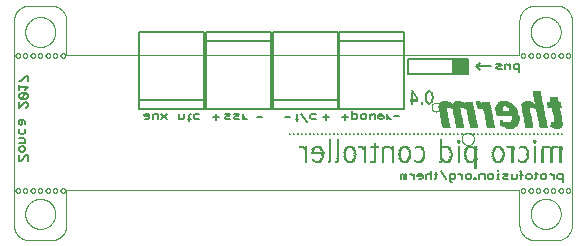
<source format=gbo>
G75*
%MOIN*%
%OFA0B0*%
%FSLAX25Y25*%
%IPPOS*%
%LPD*%
%AMOC8*
5,1,8,0,0,1.08239X$1,22.5*
%
%ADD10C,0.00000*%
%ADD11C,0.00500*%
%ADD12R,0.01000X0.00200*%
%ADD13R,0.01200X0.00200*%
%ADD14R,0.00400X0.00200*%
%ADD15R,0.00800X0.00200*%
%ADD16R,0.02200X0.00200*%
%ADD17R,0.02000X0.00200*%
%ADD18R,0.01800X0.00200*%
%ADD19R,0.02600X0.00200*%
%ADD20R,0.02400X0.00200*%
%ADD21R,0.02800X0.00200*%
%ADD22R,0.01400X0.00200*%
%ADD23R,0.00600X0.00200*%
%ADD24R,0.01600X0.00200*%
%ADD25R,0.00200X0.00200*%
%ADD26R,0.04400X0.00200*%
%ADD27R,0.04000X0.00200*%
%ADD28R,0.06600X0.00200*%
%ADD29R,0.03600X0.00200*%
%ADD30R,0.03400X0.00200*%
%ADD31R,0.03800X0.00200*%
%ADD32R,0.03000X0.00200*%
%ADD33R,0.03200X0.00200*%
%ADD34R,0.04200X0.00200*%
%ADD35R,0.05000X0.00200*%
%ADD36R,0.05400X0.00200*%
%ADD37R,0.05800X0.00200*%
%ADD38R,0.06200X0.00200*%
%ADD39R,0.06000X0.00200*%
%ADD40R,0.07400X0.00200*%
%ADD41R,0.07600X0.00200*%
%ADD42R,0.04800X0.00200*%
%ADD43R,0.07200X0.00200*%
%ADD44R,0.11800X0.00200*%
%ADD45R,0.04600X0.00200*%
%ADD46R,0.11600X0.00200*%
%ADD47R,0.07000X0.00200*%
%ADD48R,0.11400X0.00200*%
%ADD49R,0.05600X0.00200*%
%ADD50R,0.06800X0.00200*%
D10*
X0044428Y0032371D02*
X0044428Y0100496D01*
X0044430Y0100636D01*
X0044436Y0100776D01*
X0044446Y0100916D01*
X0044459Y0101056D01*
X0044477Y0101195D01*
X0044499Y0101334D01*
X0044524Y0101471D01*
X0044553Y0101609D01*
X0044586Y0101745D01*
X0044623Y0101880D01*
X0044664Y0102014D01*
X0044709Y0102147D01*
X0044757Y0102279D01*
X0044809Y0102409D01*
X0044864Y0102538D01*
X0044923Y0102665D01*
X0044986Y0102791D01*
X0045052Y0102915D01*
X0045121Y0103036D01*
X0045194Y0103156D01*
X0045271Y0103274D01*
X0045350Y0103389D01*
X0045433Y0103503D01*
X0045519Y0103613D01*
X0045608Y0103722D01*
X0045700Y0103828D01*
X0045795Y0103931D01*
X0045892Y0104032D01*
X0045993Y0104129D01*
X0046096Y0104224D01*
X0046202Y0104316D01*
X0046311Y0104405D01*
X0046421Y0104491D01*
X0046535Y0104574D01*
X0046650Y0104653D01*
X0046768Y0104730D01*
X0046888Y0104803D01*
X0047009Y0104872D01*
X0047133Y0104938D01*
X0047259Y0105001D01*
X0047386Y0105060D01*
X0047515Y0105115D01*
X0047645Y0105167D01*
X0047777Y0105215D01*
X0047910Y0105260D01*
X0048044Y0105301D01*
X0048179Y0105338D01*
X0048315Y0105371D01*
X0048453Y0105400D01*
X0048590Y0105425D01*
X0048729Y0105447D01*
X0048868Y0105465D01*
X0049008Y0105478D01*
X0049148Y0105488D01*
X0049288Y0105494D01*
X0049428Y0105496D01*
X0056928Y0105496D01*
X0057068Y0105494D01*
X0057208Y0105488D01*
X0057348Y0105478D01*
X0057488Y0105465D01*
X0057627Y0105447D01*
X0057766Y0105425D01*
X0057903Y0105400D01*
X0058041Y0105371D01*
X0058177Y0105338D01*
X0058312Y0105301D01*
X0058446Y0105260D01*
X0058579Y0105215D01*
X0058711Y0105167D01*
X0058841Y0105115D01*
X0058970Y0105060D01*
X0059097Y0105001D01*
X0059223Y0104938D01*
X0059347Y0104872D01*
X0059468Y0104803D01*
X0059588Y0104730D01*
X0059706Y0104653D01*
X0059821Y0104574D01*
X0059935Y0104491D01*
X0060045Y0104405D01*
X0060154Y0104316D01*
X0060260Y0104224D01*
X0060363Y0104129D01*
X0060464Y0104032D01*
X0060561Y0103931D01*
X0060656Y0103828D01*
X0060748Y0103722D01*
X0060837Y0103613D01*
X0060923Y0103503D01*
X0061006Y0103389D01*
X0061085Y0103274D01*
X0061162Y0103156D01*
X0061235Y0103036D01*
X0061304Y0102915D01*
X0061370Y0102791D01*
X0061433Y0102665D01*
X0061492Y0102538D01*
X0061547Y0102409D01*
X0061599Y0102279D01*
X0061647Y0102147D01*
X0061692Y0102014D01*
X0061733Y0101880D01*
X0061770Y0101745D01*
X0061803Y0101609D01*
X0061832Y0101471D01*
X0061857Y0101334D01*
X0061879Y0101195D01*
X0061897Y0101056D01*
X0061910Y0100916D01*
X0061920Y0100776D01*
X0061926Y0100636D01*
X0061928Y0100496D01*
X0061928Y0088933D01*
X0212928Y0088933D01*
X0212928Y0100496D01*
X0212930Y0100636D01*
X0212936Y0100776D01*
X0212946Y0100916D01*
X0212959Y0101056D01*
X0212977Y0101195D01*
X0212999Y0101334D01*
X0213024Y0101471D01*
X0213053Y0101609D01*
X0213086Y0101745D01*
X0213123Y0101880D01*
X0213164Y0102014D01*
X0213209Y0102147D01*
X0213257Y0102279D01*
X0213309Y0102409D01*
X0213364Y0102538D01*
X0213423Y0102665D01*
X0213486Y0102791D01*
X0213552Y0102915D01*
X0213621Y0103036D01*
X0213694Y0103156D01*
X0213771Y0103274D01*
X0213850Y0103389D01*
X0213933Y0103503D01*
X0214019Y0103613D01*
X0214108Y0103722D01*
X0214200Y0103828D01*
X0214295Y0103931D01*
X0214392Y0104032D01*
X0214493Y0104129D01*
X0214596Y0104224D01*
X0214702Y0104316D01*
X0214811Y0104405D01*
X0214921Y0104491D01*
X0215035Y0104574D01*
X0215150Y0104653D01*
X0215268Y0104730D01*
X0215388Y0104803D01*
X0215509Y0104872D01*
X0215633Y0104938D01*
X0215759Y0105001D01*
X0215886Y0105060D01*
X0216015Y0105115D01*
X0216145Y0105167D01*
X0216277Y0105215D01*
X0216410Y0105260D01*
X0216544Y0105301D01*
X0216679Y0105338D01*
X0216815Y0105371D01*
X0216953Y0105400D01*
X0217090Y0105425D01*
X0217229Y0105447D01*
X0217368Y0105465D01*
X0217508Y0105478D01*
X0217648Y0105488D01*
X0217788Y0105494D01*
X0217928Y0105496D01*
X0225428Y0105496D01*
X0225568Y0105494D01*
X0225708Y0105488D01*
X0225848Y0105478D01*
X0225988Y0105465D01*
X0226127Y0105447D01*
X0226266Y0105425D01*
X0226403Y0105400D01*
X0226541Y0105371D01*
X0226677Y0105338D01*
X0226812Y0105301D01*
X0226946Y0105260D01*
X0227079Y0105215D01*
X0227211Y0105167D01*
X0227341Y0105115D01*
X0227470Y0105060D01*
X0227597Y0105001D01*
X0227723Y0104938D01*
X0227847Y0104872D01*
X0227968Y0104803D01*
X0228088Y0104730D01*
X0228206Y0104653D01*
X0228321Y0104574D01*
X0228435Y0104491D01*
X0228545Y0104405D01*
X0228654Y0104316D01*
X0228760Y0104224D01*
X0228863Y0104129D01*
X0228964Y0104032D01*
X0229061Y0103931D01*
X0229156Y0103828D01*
X0229248Y0103722D01*
X0229337Y0103613D01*
X0229423Y0103503D01*
X0229506Y0103389D01*
X0229585Y0103274D01*
X0229662Y0103156D01*
X0229735Y0103036D01*
X0229804Y0102915D01*
X0229870Y0102791D01*
X0229933Y0102665D01*
X0229992Y0102538D01*
X0230047Y0102409D01*
X0230099Y0102279D01*
X0230147Y0102147D01*
X0230192Y0102014D01*
X0230233Y0101880D01*
X0230270Y0101745D01*
X0230303Y0101609D01*
X0230332Y0101471D01*
X0230357Y0101334D01*
X0230379Y0101195D01*
X0230397Y0101056D01*
X0230410Y0100916D01*
X0230420Y0100776D01*
X0230426Y0100636D01*
X0230428Y0100496D01*
X0230428Y0032371D01*
X0230426Y0032231D01*
X0230420Y0032091D01*
X0230410Y0031951D01*
X0230397Y0031811D01*
X0230379Y0031672D01*
X0230357Y0031533D01*
X0230332Y0031396D01*
X0230303Y0031258D01*
X0230270Y0031122D01*
X0230233Y0030987D01*
X0230192Y0030853D01*
X0230147Y0030720D01*
X0230099Y0030588D01*
X0230047Y0030458D01*
X0229992Y0030329D01*
X0229933Y0030202D01*
X0229870Y0030076D01*
X0229804Y0029952D01*
X0229735Y0029831D01*
X0229662Y0029711D01*
X0229585Y0029593D01*
X0229506Y0029478D01*
X0229423Y0029364D01*
X0229337Y0029254D01*
X0229248Y0029145D01*
X0229156Y0029039D01*
X0229061Y0028936D01*
X0228964Y0028835D01*
X0228863Y0028738D01*
X0228760Y0028643D01*
X0228654Y0028551D01*
X0228545Y0028462D01*
X0228435Y0028376D01*
X0228321Y0028293D01*
X0228206Y0028214D01*
X0228088Y0028137D01*
X0227968Y0028064D01*
X0227847Y0027995D01*
X0227723Y0027929D01*
X0227597Y0027866D01*
X0227470Y0027807D01*
X0227341Y0027752D01*
X0227211Y0027700D01*
X0227079Y0027652D01*
X0226946Y0027607D01*
X0226812Y0027566D01*
X0226677Y0027529D01*
X0226541Y0027496D01*
X0226403Y0027467D01*
X0226266Y0027442D01*
X0226127Y0027420D01*
X0225988Y0027402D01*
X0225848Y0027389D01*
X0225708Y0027379D01*
X0225568Y0027373D01*
X0225428Y0027371D01*
X0217928Y0027371D01*
X0217788Y0027373D01*
X0217648Y0027379D01*
X0217508Y0027389D01*
X0217368Y0027402D01*
X0217229Y0027420D01*
X0217090Y0027442D01*
X0216953Y0027467D01*
X0216815Y0027496D01*
X0216679Y0027529D01*
X0216544Y0027566D01*
X0216410Y0027607D01*
X0216277Y0027652D01*
X0216145Y0027700D01*
X0216015Y0027752D01*
X0215886Y0027807D01*
X0215759Y0027866D01*
X0215633Y0027929D01*
X0215509Y0027995D01*
X0215388Y0028064D01*
X0215268Y0028137D01*
X0215150Y0028214D01*
X0215035Y0028293D01*
X0214921Y0028376D01*
X0214811Y0028462D01*
X0214702Y0028551D01*
X0214596Y0028643D01*
X0214493Y0028738D01*
X0214392Y0028835D01*
X0214295Y0028936D01*
X0214200Y0029039D01*
X0214108Y0029145D01*
X0214019Y0029254D01*
X0213933Y0029364D01*
X0213850Y0029478D01*
X0213771Y0029593D01*
X0213694Y0029711D01*
X0213621Y0029831D01*
X0213552Y0029952D01*
X0213486Y0030076D01*
X0213423Y0030202D01*
X0213364Y0030329D01*
X0213309Y0030458D01*
X0213257Y0030588D01*
X0213209Y0030720D01*
X0213164Y0030853D01*
X0213123Y0030987D01*
X0213086Y0031122D01*
X0213053Y0031258D01*
X0213024Y0031396D01*
X0212999Y0031533D01*
X0212977Y0031672D01*
X0212959Y0031811D01*
X0212946Y0031951D01*
X0212936Y0032091D01*
X0212930Y0032231D01*
X0212928Y0032371D01*
X0212928Y0043933D01*
X0061928Y0043933D01*
X0061928Y0032371D01*
X0061926Y0032231D01*
X0061920Y0032091D01*
X0061910Y0031951D01*
X0061897Y0031811D01*
X0061879Y0031672D01*
X0061857Y0031533D01*
X0061832Y0031396D01*
X0061803Y0031258D01*
X0061770Y0031122D01*
X0061733Y0030987D01*
X0061692Y0030853D01*
X0061647Y0030720D01*
X0061599Y0030588D01*
X0061547Y0030458D01*
X0061492Y0030329D01*
X0061433Y0030202D01*
X0061370Y0030076D01*
X0061304Y0029952D01*
X0061235Y0029831D01*
X0061162Y0029711D01*
X0061085Y0029593D01*
X0061006Y0029478D01*
X0060923Y0029364D01*
X0060837Y0029254D01*
X0060748Y0029145D01*
X0060656Y0029039D01*
X0060561Y0028936D01*
X0060464Y0028835D01*
X0060363Y0028738D01*
X0060260Y0028643D01*
X0060154Y0028551D01*
X0060045Y0028462D01*
X0059935Y0028376D01*
X0059821Y0028293D01*
X0059706Y0028214D01*
X0059588Y0028137D01*
X0059468Y0028064D01*
X0059347Y0027995D01*
X0059223Y0027929D01*
X0059097Y0027866D01*
X0058970Y0027807D01*
X0058841Y0027752D01*
X0058711Y0027700D01*
X0058579Y0027652D01*
X0058446Y0027607D01*
X0058312Y0027566D01*
X0058177Y0027529D01*
X0058041Y0027496D01*
X0057903Y0027467D01*
X0057766Y0027442D01*
X0057627Y0027420D01*
X0057488Y0027402D01*
X0057348Y0027389D01*
X0057208Y0027379D01*
X0057068Y0027373D01*
X0056928Y0027371D01*
X0049428Y0027371D01*
X0049288Y0027373D01*
X0049148Y0027379D01*
X0049008Y0027389D01*
X0048868Y0027402D01*
X0048729Y0027420D01*
X0048590Y0027442D01*
X0048453Y0027467D01*
X0048315Y0027496D01*
X0048179Y0027529D01*
X0048044Y0027566D01*
X0047910Y0027607D01*
X0047777Y0027652D01*
X0047645Y0027700D01*
X0047515Y0027752D01*
X0047386Y0027807D01*
X0047259Y0027866D01*
X0047133Y0027929D01*
X0047009Y0027995D01*
X0046888Y0028064D01*
X0046768Y0028137D01*
X0046650Y0028214D01*
X0046535Y0028293D01*
X0046421Y0028376D01*
X0046311Y0028462D01*
X0046202Y0028551D01*
X0046096Y0028643D01*
X0045993Y0028738D01*
X0045892Y0028835D01*
X0045795Y0028936D01*
X0045700Y0029039D01*
X0045608Y0029145D01*
X0045519Y0029254D01*
X0045433Y0029364D01*
X0045350Y0029478D01*
X0045271Y0029593D01*
X0045194Y0029711D01*
X0045121Y0029831D01*
X0045052Y0029952D01*
X0044986Y0030076D01*
X0044923Y0030202D01*
X0044864Y0030329D01*
X0044809Y0030458D01*
X0044757Y0030588D01*
X0044709Y0030720D01*
X0044664Y0030853D01*
X0044623Y0030987D01*
X0044586Y0031122D01*
X0044553Y0031258D01*
X0044524Y0031396D01*
X0044499Y0031533D01*
X0044477Y0031672D01*
X0044459Y0031811D01*
X0044446Y0031951D01*
X0044436Y0032091D01*
X0044430Y0032231D01*
X0044428Y0032371D01*
X0048178Y0036121D02*
X0048180Y0036262D01*
X0048186Y0036403D01*
X0048196Y0036543D01*
X0048210Y0036683D01*
X0048228Y0036823D01*
X0048249Y0036962D01*
X0048275Y0037101D01*
X0048304Y0037239D01*
X0048338Y0037375D01*
X0048375Y0037511D01*
X0048416Y0037646D01*
X0048461Y0037780D01*
X0048510Y0037912D01*
X0048562Y0038043D01*
X0048618Y0038172D01*
X0048678Y0038299D01*
X0048741Y0038425D01*
X0048807Y0038549D01*
X0048878Y0038672D01*
X0048951Y0038792D01*
X0049028Y0038910D01*
X0049108Y0039026D01*
X0049192Y0039139D01*
X0049278Y0039250D01*
X0049368Y0039359D01*
X0049461Y0039465D01*
X0049556Y0039568D01*
X0049655Y0039669D01*
X0049756Y0039767D01*
X0049860Y0039862D01*
X0049967Y0039954D01*
X0050076Y0040043D01*
X0050188Y0040128D01*
X0050302Y0040211D01*
X0050418Y0040291D01*
X0050537Y0040367D01*
X0050658Y0040439D01*
X0050780Y0040509D01*
X0050905Y0040574D01*
X0051031Y0040637D01*
X0051159Y0040695D01*
X0051289Y0040750D01*
X0051420Y0040802D01*
X0051553Y0040849D01*
X0051687Y0040893D01*
X0051822Y0040934D01*
X0051958Y0040970D01*
X0052095Y0041002D01*
X0052233Y0041031D01*
X0052371Y0041056D01*
X0052511Y0041076D01*
X0052651Y0041093D01*
X0052791Y0041106D01*
X0052932Y0041115D01*
X0053072Y0041120D01*
X0053213Y0041121D01*
X0053354Y0041118D01*
X0053495Y0041111D01*
X0053635Y0041100D01*
X0053775Y0041085D01*
X0053915Y0041066D01*
X0054054Y0041044D01*
X0054192Y0041017D01*
X0054330Y0040987D01*
X0054466Y0040952D01*
X0054602Y0040914D01*
X0054736Y0040872D01*
X0054870Y0040826D01*
X0055002Y0040777D01*
X0055132Y0040723D01*
X0055261Y0040666D01*
X0055388Y0040606D01*
X0055514Y0040542D01*
X0055637Y0040474D01*
X0055759Y0040403D01*
X0055879Y0040329D01*
X0055996Y0040251D01*
X0056111Y0040170D01*
X0056224Y0040086D01*
X0056335Y0039999D01*
X0056443Y0039908D01*
X0056548Y0039815D01*
X0056651Y0039718D01*
X0056751Y0039619D01*
X0056848Y0039517D01*
X0056942Y0039412D01*
X0057033Y0039305D01*
X0057121Y0039195D01*
X0057206Y0039083D01*
X0057288Y0038968D01*
X0057367Y0038851D01*
X0057442Y0038732D01*
X0057514Y0038611D01*
X0057582Y0038488D01*
X0057647Y0038363D01*
X0057709Y0038236D01*
X0057766Y0038107D01*
X0057821Y0037977D01*
X0057871Y0037846D01*
X0057918Y0037713D01*
X0057961Y0037579D01*
X0058000Y0037443D01*
X0058035Y0037307D01*
X0058067Y0037170D01*
X0058094Y0037032D01*
X0058118Y0036893D01*
X0058138Y0036753D01*
X0058154Y0036613D01*
X0058166Y0036473D01*
X0058174Y0036332D01*
X0058178Y0036191D01*
X0058178Y0036051D01*
X0058174Y0035910D01*
X0058166Y0035769D01*
X0058154Y0035629D01*
X0058138Y0035489D01*
X0058118Y0035349D01*
X0058094Y0035210D01*
X0058067Y0035072D01*
X0058035Y0034935D01*
X0058000Y0034799D01*
X0057961Y0034663D01*
X0057918Y0034529D01*
X0057871Y0034396D01*
X0057821Y0034265D01*
X0057766Y0034135D01*
X0057709Y0034006D01*
X0057647Y0033879D01*
X0057582Y0033754D01*
X0057514Y0033631D01*
X0057442Y0033510D01*
X0057367Y0033391D01*
X0057288Y0033274D01*
X0057206Y0033159D01*
X0057121Y0033047D01*
X0057033Y0032937D01*
X0056942Y0032830D01*
X0056848Y0032725D01*
X0056751Y0032623D01*
X0056651Y0032524D01*
X0056548Y0032427D01*
X0056443Y0032334D01*
X0056335Y0032243D01*
X0056224Y0032156D01*
X0056111Y0032072D01*
X0055996Y0031991D01*
X0055879Y0031913D01*
X0055759Y0031839D01*
X0055637Y0031768D01*
X0055514Y0031700D01*
X0055388Y0031636D01*
X0055261Y0031576D01*
X0055132Y0031519D01*
X0055002Y0031465D01*
X0054870Y0031416D01*
X0054736Y0031370D01*
X0054602Y0031328D01*
X0054466Y0031290D01*
X0054330Y0031255D01*
X0054192Y0031225D01*
X0054054Y0031198D01*
X0053915Y0031176D01*
X0053775Y0031157D01*
X0053635Y0031142D01*
X0053495Y0031131D01*
X0053354Y0031124D01*
X0053213Y0031121D01*
X0053072Y0031122D01*
X0052932Y0031127D01*
X0052791Y0031136D01*
X0052651Y0031149D01*
X0052511Y0031166D01*
X0052371Y0031186D01*
X0052233Y0031211D01*
X0052095Y0031240D01*
X0051958Y0031272D01*
X0051822Y0031308D01*
X0051687Y0031349D01*
X0051553Y0031393D01*
X0051420Y0031440D01*
X0051289Y0031492D01*
X0051159Y0031547D01*
X0051031Y0031605D01*
X0050905Y0031668D01*
X0050780Y0031733D01*
X0050658Y0031803D01*
X0050537Y0031875D01*
X0050418Y0031951D01*
X0050302Y0032031D01*
X0050188Y0032114D01*
X0050076Y0032199D01*
X0049967Y0032288D01*
X0049860Y0032380D01*
X0049756Y0032475D01*
X0049655Y0032573D01*
X0049556Y0032674D01*
X0049461Y0032777D01*
X0049368Y0032883D01*
X0049278Y0032992D01*
X0049192Y0033103D01*
X0049108Y0033216D01*
X0049028Y0033332D01*
X0048951Y0033450D01*
X0048878Y0033570D01*
X0048807Y0033693D01*
X0048741Y0033817D01*
X0048678Y0033943D01*
X0048618Y0034070D01*
X0048562Y0034199D01*
X0048510Y0034330D01*
X0048461Y0034462D01*
X0048416Y0034596D01*
X0048375Y0034731D01*
X0048338Y0034867D01*
X0048304Y0035003D01*
X0048275Y0035141D01*
X0048249Y0035280D01*
X0048228Y0035419D01*
X0048210Y0035559D01*
X0048196Y0035699D01*
X0048186Y0035839D01*
X0048180Y0035980D01*
X0048178Y0036121D01*
X0047428Y0043933D02*
X0047430Y0043987D01*
X0047436Y0044041D01*
X0047446Y0044094D01*
X0047459Y0044147D01*
X0047476Y0044198D01*
X0047497Y0044248D01*
X0047522Y0044296D01*
X0047550Y0044343D01*
X0047581Y0044387D01*
X0047615Y0044429D01*
X0047652Y0044468D01*
X0047692Y0044505D01*
X0047735Y0044538D01*
X0047780Y0044569D01*
X0047827Y0044596D01*
X0047875Y0044619D01*
X0047926Y0044639D01*
X0047977Y0044656D01*
X0048030Y0044668D01*
X0048083Y0044677D01*
X0048137Y0044682D01*
X0048192Y0044683D01*
X0048246Y0044680D01*
X0048299Y0044673D01*
X0048352Y0044662D01*
X0048405Y0044648D01*
X0048456Y0044630D01*
X0048505Y0044608D01*
X0048553Y0044583D01*
X0048599Y0044554D01*
X0048643Y0044522D01*
X0048684Y0044487D01*
X0048722Y0044449D01*
X0048758Y0044408D01*
X0048791Y0044365D01*
X0048821Y0044320D01*
X0048847Y0044272D01*
X0048870Y0044223D01*
X0048889Y0044172D01*
X0048904Y0044121D01*
X0048916Y0044068D01*
X0048924Y0044014D01*
X0048928Y0043960D01*
X0048928Y0043906D01*
X0048924Y0043852D01*
X0048916Y0043798D01*
X0048904Y0043745D01*
X0048889Y0043694D01*
X0048870Y0043643D01*
X0048847Y0043594D01*
X0048821Y0043546D01*
X0048791Y0043501D01*
X0048758Y0043458D01*
X0048722Y0043417D01*
X0048684Y0043379D01*
X0048643Y0043344D01*
X0048599Y0043312D01*
X0048553Y0043283D01*
X0048505Y0043258D01*
X0048456Y0043236D01*
X0048405Y0043218D01*
X0048352Y0043204D01*
X0048299Y0043193D01*
X0048246Y0043186D01*
X0048192Y0043183D01*
X0048137Y0043184D01*
X0048083Y0043189D01*
X0048030Y0043198D01*
X0047977Y0043210D01*
X0047926Y0043227D01*
X0047875Y0043247D01*
X0047827Y0043270D01*
X0047780Y0043297D01*
X0047735Y0043328D01*
X0047692Y0043361D01*
X0047652Y0043398D01*
X0047615Y0043437D01*
X0047581Y0043479D01*
X0047550Y0043523D01*
X0047522Y0043570D01*
X0047497Y0043618D01*
X0047476Y0043668D01*
X0047459Y0043719D01*
X0047446Y0043772D01*
X0047436Y0043825D01*
X0047430Y0043879D01*
X0047428Y0043933D01*
X0044928Y0043933D02*
X0044930Y0043987D01*
X0044936Y0044041D01*
X0044946Y0044094D01*
X0044959Y0044147D01*
X0044976Y0044198D01*
X0044997Y0044248D01*
X0045022Y0044296D01*
X0045050Y0044343D01*
X0045081Y0044387D01*
X0045115Y0044429D01*
X0045152Y0044468D01*
X0045192Y0044505D01*
X0045235Y0044538D01*
X0045280Y0044569D01*
X0045327Y0044596D01*
X0045375Y0044619D01*
X0045426Y0044639D01*
X0045477Y0044656D01*
X0045530Y0044668D01*
X0045583Y0044677D01*
X0045637Y0044682D01*
X0045692Y0044683D01*
X0045746Y0044680D01*
X0045799Y0044673D01*
X0045852Y0044662D01*
X0045905Y0044648D01*
X0045956Y0044630D01*
X0046005Y0044608D01*
X0046053Y0044583D01*
X0046099Y0044554D01*
X0046143Y0044522D01*
X0046184Y0044487D01*
X0046222Y0044449D01*
X0046258Y0044408D01*
X0046291Y0044365D01*
X0046321Y0044320D01*
X0046347Y0044272D01*
X0046370Y0044223D01*
X0046389Y0044172D01*
X0046404Y0044121D01*
X0046416Y0044068D01*
X0046424Y0044014D01*
X0046428Y0043960D01*
X0046428Y0043906D01*
X0046424Y0043852D01*
X0046416Y0043798D01*
X0046404Y0043745D01*
X0046389Y0043694D01*
X0046370Y0043643D01*
X0046347Y0043594D01*
X0046321Y0043546D01*
X0046291Y0043501D01*
X0046258Y0043458D01*
X0046222Y0043417D01*
X0046184Y0043379D01*
X0046143Y0043344D01*
X0046099Y0043312D01*
X0046053Y0043283D01*
X0046005Y0043258D01*
X0045956Y0043236D01*
X0045905Y0043218D01*
X0045852Y0043204D01*
X0045799Y0043193D01*
X0045746Y0043186D01*
X0045692Y0043183D01*
X0045637Y0043184D01*
X0045583Y0043189D01*
X0045530Y0043198D01*
X0045477Y0043210D01*
X0045426Y0043227D01*
X0045375Y0043247D01*
X0045327Y0043270D01*
X0045280Y0043297D01*
X0045235Y0043328D01*
X0045192Y0043361D01*
X0045152Y0043398D01*
X0045115Y0043437D01*
X0045081Y0043479D01*
X0045050Y0043523D01*
X0045022Y0043570D01*
X0044997Y0043618D01*
X0044976Y0043668D01*
X0044959Y0043719D01*
X0044946Y0043772D01*
X0044936Y0043825D01*
X0044930Y0043879D01*
X0044928Y0043933D01*
X0049928Y0043933D02*
X0049930Y0043987D01*
X0049936Y0044041D01*
X0049946Y0044094D01*
X0049959Y0044147D01*
X0049976Y0044198D01*
X0049997Y0044248D01*
X0050022Y0044296D01*
X0050050Y0044343D01*
X0050081Y0044387D01*
X0050115Y0044429D01*
X0050152Y0044468D01*
X0050192Y0044505D01*
X0050235Y0044538D01*
X0050280Y0044569D01*
X0050327Y0044596D01*
X0050375Y0044619D01*
X0050426Y0044639D01*
X0050477Y0044656D01*
X0050530Y0044668D01*
X0050583Y0044677D01*
X0050637Y0044682D01*
X0050692Y0044683D01*
X0050746Y0044680D01*
X0050799Y0044673D01*
X0050852Y0044662D01*
X0050905Y0044648D01*
X0050956Y0044630D01*
X0051005Y0044608D01*
X0051053Y0044583D01*
X0051099Y0044554D01*
X0051143Y0044522D01*
X0051184Y0044487D01*
X0051222Y0044449D01*
X0051258Y0044408D01*
X0051291Y0044365D01*
X0051321Y0044320D01*
X0051347Y0044272D01*
X0051370Y0044223D01*
X0051389Y0044172D01*
X0051404Y0044121D01*
X0051416Y0044068D01*
X0051424Y0044014D01*
X0051428Y0043960D01*
X0051428Y0043906D01*
X0051424Y0043852D01*
X0051416Y0043798D01*
X0051404Y0043745D01*
X0051389Y0043694D01*
X0051370Y0043643D01*
X0051347Y0043594D01*
X0051321Y0043546D01*
X0051291Y0043501D01*
X0051258Y0043458D01*
X0051222Y0043417D01*
X0051184Y0043379D01*
X0051143Y0043344D01*
X0051099Y0043312D01*
X0051053Y0043283D01*
X0051005Y0043258D01*
X0050956Y0043236D01*
X0050905Y0043218D01*
X0050852Y0043204D01*
X0050799Y0043193D01*
X0050746Y0043186D01*
X0050692Y0043183D01*
X0050637Y0043184D01*
X0050583Y0043189D01*
X0050530Y0043198D01*
X0050477Y0043210D01*
X0050426Y0043227D01*
X0050375Y0043247D01*
X0050327Y0043270D01*
X0050280Y0043297D01*
X0050235Y0043328D01*
X0050192Y0043361D01*
X0050152Y0043398D01*
X0050115Y0043437D01*
X0050081Y0043479D01*
X0050050Y0043523D01*
X0050022Y0043570D01*
X0049997Y0043618D01*
X0049976Y0043668D01*
X0049959Y0043719D01*
X0049946Y0043772D01*
X0049936Y0043825D01*
X0049930Y0043879D01*
X0049928Y0043933D01*
X0052428Y0043933D02*
X0052430Y0043987D01*
X0052436Y0044041D01*
X0052446Y0044094D01*
X0052459Y0044147D01*
X0052476Y0044198D01*
X0052497Y0044248D01*
X0052522Y0044296D01*
X0052550Y0044343D01*
X0052581Y0044387D01*
X0052615Y0044429D01*
X0052652Y0044468D01*
X0052692Y0044505D01*
X0052735Y0044538D01*
X0052780Y0044569D01*
X0052827Y0044596D01*
X0052875Y0044619D01*
X0052926Y0044639D01*
X0052977Y0044656D01*
X0053030Y0044668D01*
X0053083Y0044677D01*
X0053137Y0044682D01*
X0053192Y0044683D01*
X0053246Y0044680D01*
X0053299Y0044673D01*
X0053352Y0044662D01*
X0053405Y0044648D01*
X0053456Y0044630D01*
X0053505Y0044608D01*
X0053553Y0044583D01*
X0053599Y0044554D01*
X0053643Y0044522D01*
X0053684Y0044487D01*
X0053722Y0044449D01*
X0053758Y0044408D01*
X0053791Y0044365D01*
X0053821Y0044320D01*
X0053847Y0044272D01*
X0053870Y0044223D01*
X0053889Y0044172D01*
X0053904Y0044121D01*
X0053916Y0044068D01*
X0053924Y0044014D01*
X0053928Y0043960D01*
X0053928Y0043906D01*
X0053924Y0043852D01*
X0053916Y0043798D01*
X0053904Y0043745D01*
X0053889Y0043694D01*
X0053870Y0043643D01*
X0053847Y0043594D01*
X0053821Y0043546D01*
X0053791Y0043501D01*
X0053758Y0043458D01*
X0053722Y0043417D01*
X0053684Y0043379D01*
X0053643Y0043344D01*
X0053599Y0043312D01*
X0053553Y0043283D01*
X0053505Y0043258D01*
X0053456Y0043236D01*
X0053405Y0043218D01*
X0053352Y0043204D01*
X0053299Y0043193D01*
X0053246Y0043186D01*
X0053192Y0043183D01*
X0053137Y0043184D01*
X0053083Y0043189D01*
X0053030Y0043198D01*
X0052977Y0043210D01*
X0052926Y0043227D01*
X0052875Y0043247D01*
X0052827Y0043270D01*
X0052780Y0043297D01*
X0052735Y0043328D01*
X0052692Y0043361D01*
X0052652Y0043398D01*
X0052615Y0043437D01*
X0052581Y0043479D01*
X0052550Y0043523D01*
X0052522Y0043570D01*
X0052497Y0043618D01*
X0052476Y0043668D01*
X0052459Y0043719D01*
X0052446Y0043772D01*
X0052436Y0043825D01*
X0052430Y0043879D01*
X0052428Y0043933D01*
X0054928Y0043933D02*
X0054930Y0043987D01*
X0054936Y0044041D01*
X0054946Y0044094D01*
X0054959Y0044147D01*
X0054976Y0044198D01*
X0054997Y0044248D01*
X0055022Y0044296D01*
X0055050Y0044343D01*
X0055081Y0044387D01*
X0055115Y0044429D01*
X0055152Y0044468D01*
X0055192Y0044505D01*
X0055235Y0044538D01*
X0055280Y0044569D01*
X0055327Y0044596D01*
X0055375Y0044619D01*
X0055426Y0044639D01*
X0055477Y0044656D01*
X0055530Y0044668D01*
X0055583Y0044677D01*
X0055637Y0044682D01*
X0055692Y0044683D01*
X0055746Y0044680D01*
X0055799Y0044673D01*
X0055852Y0044662D01*
X0055905Y0044648D01*
X0055956Y0044630D01*
X0056005Y0044608D01*
X0056053Y0044583D01*
X0056099Y0044554D01*
X0056143Y0044522D01*
X0056184Y0044487D01*
X0056222Y0044449D01*
X0056258Y0044408D01*
X0056291Y0044365D01*
X0056321Y0044320D01*
X0056347Y0044272D01*
X0056370Y0044223D01*
X0056389Y0044172D01*
X0056404Y0044121D01*
X0056416Y0044068D01*
X0056424Y0044014D01*
X0056428Y0043960D01*
X0056428Y0043906D01*
X0056424Y0043852D01*
X0056416Y0043798D01*
X0056404Y0043745D01*
X0056389Y0043694D01*
X0056370Y0043643D01*
X0056347Y0043594D01*
X0056321Y0043546D01*
X0056291Y0043501D01*
X0056258Y0043458D01*
X0056222Y0043417D01*
X0056184Y0043379D01*
X0056143Y0043344D01*
X0056099Y0043312D01*
X0056053Y0043283D01*
X0056005Y0043258D01*
X0055956Y0043236D01*
X0055905Y0043218D01*
X0055852Y0043204D01*
X0055799Y0043193D01*
X0055746Y0043186D01*
X0055692Y0043183D01*
X0055637Y0043184D01*
X0055583Y0043189D01*
X0055530Y0043198D01*
X0055477Y0043210D01*
X0055426Y0043227D01*
X0055375Y0043247D01*
X0055327Y0043270D01*
X0055280Y0043297D01*
X0055235Y0043328D01*
X0055192Y0043361D01*
X0055152Y0043398D01*
X0055115Y0043437D01*
X0055081Y0043479D01*
X0055050Y0043523D01*
X0055022Y0043570D01*
X0054997Y0043618D01*
X0054976Y0043668D01*
X0054959Y0043719D01*
X0054946Y0043772D01*
X0054936Y0043825D01*
X0054930Y0043879D01*
X0054928Y0043933D01*
X0057428Y0043933D02*
X0057430Y0043987D01*
X0057436Y0044041D01*
X0057446Y0044094D01*
X0057459Y0044147D01*
X0057476Y0044198D01*
X0057497Y0044248D01*
X0057522Y0044296D01*
X0057550Y0044343D01*
X0057581Y0044387D01*
X0057615Y0044429D01*
X0057652Y0044468D01*
X0057692Y0044505D01*
X0057735Y0044538D01*
X0057780Y0044569D01*
X0057827Y0044596D01*
X0057875Y0044619D01*
X0057926Y0044639D01*
X0057977Y0044656D01*
X0058030Y0044668D01*
X0058083Y0044677D01*
X0058137Y0044682D01*
X0058192Y0044683D01*
X0058246Y0044680D01*
X0058299Y0044673D01*
X0058352Y0044662D01*
X0058405Y0044648D01*
X0058456Y0044630D01*
X0058505Y0044608D01*
X0058553Y0044583D01*
X0058599Y0044554D01*
X0058643Y0044522D01*
X0058684Y0044487D01*
X0058722Y0044449D01*
X0058758Y0044408D01*
X0058791Y0044365D01*
X0058821Y0044320D01*
X0058847Y0044272D01*
X0058870Y0044223D01*
X0058889Y0044172D01*
X0058904Y0044121D01*
X0058916Y0044068D01*
X0058924Y0044014D01*
X0058928Y0043960D01*
X0058928Y0043906D01*
X0058924Y0043852D01*
X0058916Y0043798D01*
X0058904Y0043745D01*
X0058889Y0043694D01*
X0058870Y0043643D01*
X0058847Y0043594D01*
X0058821Y0043546D01*
X0058791Y0043501D01*
X0058758Y0043458D01*
X0058722Y0043417D01*
X0058684Y0043379D01*
X0058643Y0043344D01*
X0058599Y0043312D01*
X0058553Y0043283D01*
X0058505Y0043258D01*
X0058456Y0043236D01*
X0058405Y0043218D01*
X0058352Y0043204D01*
X0058299Y0043193D01*
X0058246Y0043186D01*
X0058192Y0043183D01*
X0058137Y0043184D01*
X0058083Y0043189D01*
X0058030Y0043198D01*
X0057977Y0043210D01*
X0057926Y0043227D01*
X0057875Y0043247D01*
X0057827Y0043270D01*
X0057780Y0043297D01*
X0057735Y0043328D01*
X0057692Y0043361D01*
X0057652Y0043398D01*
X0057615Y0043437D01*
X0057581Y0043479D01*
X0057550Y0043523D01*
X0057522Y0043570D01*
X0057497Y0043618D01*
X0057476Y0043668D01*
X0057459Y0043719D01*
X0057446Y0043772D01*
X0057436Y0043825D01*
X0057430Y0043879D01*
X0057428Y0043933D01*
X0059928Y0043933D02*
X0059930Y0043987D01*
X0059936Y0044041D01*
X0059946Y0044094D01*
X0059959Y0044147D01*
X0059976Y0044198D01*
X0059997Y0044248D01*
X0060022Y0044296D01*
X0060050Y0044343D01*
X0060081Y0044387D01*
X0060115Y0044429D01*
X0060152Y0044468D01*
X0060192Y0044505D01*
X0060235Y0044538D01*
X0060280Y0044569D01*
X0060327Y0044596D01*
X0060375Y0044619D01*
X0060426Y0044639D01*
X0060477Y0044656D01*
X0060530Y0044668D01*
X0060583Y0044677D01*
X0060637Y0044682D01*
X0060692Y0044683D01*
X0060746Y0044680D01*
X0060799Y0044673D01*
X0060852Y0044662D01*
X0060905Y0044648D01*
X0060956Y0044630D01*
X0061005Y0044608D01*
X0061053Y0044583D01*
X0061099Y0044554D01*
X0061143Y0044522D01*
X0061184Y0044487D01*
X0061222Y0044449D01*
X0061258Y0044408D01*
X0061291Y0044365D01*
X0061321Y0044320D01*
X0061347Y0044272D01*
X0061370Y0044223D01*
X0061389Y0044172D01*
X0061404Y0044121D01*
X0061416Y0044068D01*
X0061424Y0044014D01*
X0061428Y0043960D01*
X0061428Y0043906D01*
X0061424Y0043852D01*
X0061416Y0043798D01*
X0061404Y0043745D01*
X0061389Y0043694D01*
X0061370Y0043643D01*
X0061347Y0043594D01*
X0061321Y0043546D01*
X0061291Y0043501D01*
X0061258Y0043458D01*
X0061222Y0043417D01*
X0061184Y0043379D01*
X0061143Y0043344D01*
X0061099Y0043312D01*
X0061053Y0043283D01*
X0061005Y0043258D01*
X0060956Y0043236D01*
X0060905Y0043218D01*
X0060852Y0043204D01*
X0060799Y0043193D01*
X0060746Y0043186D01*
X0060692Y0043183D01*
X0060637Y0043184D01*
X0060583Y0043189D01*
X0060530Y0043198D01*
X0060477Y0043210D01*
X0060426Y0043227D01*
X0060375Y0043247D01*
X0060327Y0043270D01*
X0060280Y0043297D01*
X0060235Y0043328D01*
X0060192Y0043361D01*
X0060152Y0043398D01*
X0060115Y0043437D01*
X0060081Y0043479D01*
X0060050Y0043523D01*
X0060022Y0043570D01*
X0059997Y0043618D01*
X0059976Y0043668D01*
X0059959Y0043719D01*
X0059946Y0043772D01*
X0059936Y0043825D01*
X0059930Y0043879D01*
X0059928Y0043933D01*
X0059928Y0088933D02*
X0059930Y0088987D01*
X0059936Y0089041D01*
X0059946Y0089094D01*
X0059959Y0089147D01*
X0059976Y0089198D01*
X0059997Y0089248D01*
X0060022Y0089296D01*
X0060050Y0089343D01*
X0060081Y0089387D01*
X0060115Y0089429D01*
X0060152Y0089468D01*
X0060192Y0089505D01*
X0060235Y0089538D01*
X0060280Y0089569D01*
X0060327Y0089596D01*
X0060375Y0089619D01*
X0060426Y0089639D01*
X0060477Y0089656D01*
X0060530Y0089668D01*
X0060583Y0089677D01*
X0060637Y0089682D01*
X0060692Y0089683D01*
X0060746Y0089680D01*
X0060799Y0089673D01*
X0060852Y0089662D01*
X0060905Y0089648D01*
X0060956Y0089630D01*
X0061005Y0089608D01*
X0061053Y0089583D01*
X0061099Y0089554D01*
X0061143Y0089522D01*
X0061184Y0089487D01*
X0061222Y0089449D01*
X0061258Y0089408D01*
X0061291Y0089365D01*
X0061321Y0089320D01*
X0061347Y0089272D01*
X0061370Y0089223D01*
X0061389Y0089172D01*
X0061404Y0089121D01*
X0061416Y0089068D01*
X0061424Y0089014D01*
X0061428Y0088960D01*
X0061428Y0088906D01*
X0061424Y0088852D01*
X0061416Y0088798D01*
X0061404Y0088745D01*
X0061389Y0088694D01*
X0061370Y0088643D01*
X0061347Y0088594D01*
X0061321Y0088546D01*
X0061291Y0088501D01*
X0061258Y0088458D01*
X0061222Y0088417D01*
X0061184Y0088379D01*
X0061143Y0088344D01*
X0061099Y0088312D01*
X0061053Y0088283D01*
X0061005Y0088258D01*
X0060956Y0088236D01*
X0060905Y0088218D01*
X0060852Y0088204D01*
X0060799Y0088193D01*
X0060746Y0088186D01*
X0060692Y0088183D01*
X0060637Y0088184D01*
X0060583Y0088189D01*
X0060530Y0088198D01*
X0060477Y0088210D01*
X0060426Y0088227D01*
X0060375Y0088247D01*
X0060327Y0088270D01*
X0060280Y0088297D01*
X0060235Y0088328D01*
X0060192Y0088361D01*
X0060152Y0088398D01*
X0060115Y0088437D01*
X0060081Y0088479D01*
X0060050Y0088523D01*
X0060022Y0088570D01*
X0059997Y0088618D01*
X0059976Y0088668D01*
X0059959Y0088719D01*
X0059946Y0088772D01*
X0059936Y0088825D01*
X0059930Y0088879D01*
X0059928Y0088933D01*
X0057428Y0088933D02*
X0057430Y0088987D01*
X0057436Y0089041D01*
X0057446Y0089094D01*
X0057459Y0089147D01*
X0057476Y0089198D01*
X0057497Y0089248D01*
X0057522Y0089296D01*
X0057550Y0089343D01*
X0057581Y0089387D01*
X0057615Y0089429D01*
X0057652Y0089468D01*
X0057692Y0089505D01*
X0057735Y0089538D01*
X0057780Y0089569D01*
X0057827Y0089596D01*
X0057875Y0089619D01*
X0057926Y0089639D01*
X0057977Y0089656D01*
X0058030Y0089668D01*
X0058083Y0089677D01*
X0058137Y0089682D01*
X0058192Y0089683D01*
X0058246Y0089680D01*
X0058299Y0089673D01*
X0058352Y0089662D01*
X0058405Y0089648D01*
X0058456Y0089630D01*
X0058505Y0089608D01*
X0058553Y0089583D01*
X0058599Y0089554D01*
X0058643Y0089522D01*
X0058684Y0089487D01*
X0058722Y0089449D01*
X0058758Y0089408D01*
X0058791Y0089365D01*
X0058821Y0089320D01*
X0058847Y0089272D01*
X0058870Y0089223D01*
X0058889Y0089172D01*
X0058904Y0089121D01*
X0058916Y0089068D01*
X0058924Y0089014D01*
X0058928Y0088960D01*
X0058928Y0088906D01*
X0058924Y0088852D01*
X0058916Y0088798D01*
X0058904Y0088745D01*
X0058889Y0088694D01*
X0058870Y0088643D01*
X0058847Y0088594D01*
X0058821Y0088546D01*
X0058791Y0088501D01*
X0058758Y0088458D01*
X0058722Y0088417D01*
X0058684Y0088379D01*
X0058643Y0088344D01*
X0058599Y0088312D01*
X0058553Y0088283D01*
X0058505Y0088258D01*
X0058456Y0088236D01*
X0058405Y0088218D01*
X0058352Y0088204D01*
X0058299Y0088193D01*
X0058246Y0088186D01*
X0058192Y0088183D01*
X0058137Y0088184D01*
X0058083Y0088189D01*
X0058030Y0088198D01*
X0057977Y0088210D01*
X0057926Y0088227D01*
X0057875Y0088247D01*
X0057827Y0088270D01*
X0057780Y0088297D01*
X0057735Y0088328D01*
X0057692Y0088361D01*
X0057652Y0088398D01*
X0057615Y0088437D01*
X0057581Y0088479D01*
X0057550Y0088523D01*
X0057522Y0088570D01*
X0057497Y0088618D01*
X0057476Y0088668D01*
X0057459Y0088719D01*
X0057446Y0088772D01*
X0057436Y0088825D01*
X0057430Y0088879D01*
X0057428Y0088933D01*
X0054928Y0088933D02*
X0054930Y0088987D01*
X0054936Y0089041D01*
X0054946Y0089094D01*
X0054959Y0089147D01*
X0054976Y0089198D01*
X0054997Y0089248D01*
X0055022Y0089296D01*
X0055050Y0089343D01*
X0055081Y0089387D01*
X0055115Y0089429D01*
X0055152Y0089468D01*
X0055192Y0089505D01*
X0055235Y0089538D01*
X0055280Y0089569D01*
X0055327Y0089596D01*
X0055375Y0089619D01*
X0055426Y0089639D01*
X0055477Y0089656D01*
X0055530Y0089668D01*
X0055583Y0089677D01*
X0055637Y0089682D01*
X0055692Y0089683D01*
X0055746Y0089680D01*
X0055799Y0089673D01*
X0055852Y0089662D01*
X0055905Y0089648D01*
X0055956Y0089630D01*
X0056005Y0089608D01*
X0056053Y0089583D01*
X0056099Y0089554D01*
X0056143Y0089522D01*
X0056184Y0089487D01*
X0056222Y0089449D01*
X0056258Y0089408D01*
X0056291Y0089365D01*
X0056321Y0089320D01*
X0056347Y0089272D01*
X0056370Y0089223D01*
X0056389Y0089172D01*
X0056404Y0089121D01*
X0056416Y0089068D01*
X0056424Y0089014D01*
X0056428Y0088960D01*
X0056428Y0088906D01*
X0056424Y0088852D01*
X0056416Y0088798D01*
X0056404Y0088745D01*
X0056389Y0088694D01*
X0056370Y0088643D01*
X0056347Y0088594D01*
X0056321Y0088546D01*
X0056291Y0088501D01*
X0056258Y0088458D01*
X0056222Y0088417D01*
X0056184Y0088379D01*
X0056143Y0088344D01*
X0056099Y0088312D01*
X0056053Y0088283D01*
X0056005Y0088258D01*
X0055956Y0088236D01*
X0055905Y0088218D01*
X0055852Y0088204D01*
X0055799Y0088193D01*
X0055746Y0088186D01*
X0055692Y0088183D01*
X0055637Y0088184D01*
X0055583Y0088189D01*
X0055530Y0088198D01*
X0055477Y0088210D01*
X0055426Y0088227D01*
X0055375Y0088247D01*
X0055327Y0088270D01*
X0055280Y0088297D01*
X0055235Y0088328D01*
X0055192Y0088361D01*
X0055152Y0088398D01*
X0055115Y0088437D01*
X0055081Y0088479D01*
X0055050Y0088523D01*
X0055022Y0088570D01*
X0054997Y0088618D01*
X0054976Y0088668D01*
X0054959Y0088719D01*
X0054946Y0088772D01*
X0054936Y0088825D01*
X0054930Y0088879D01*
X0054928Y0088933D01*
X0052428Y0088933D02*
X0052430Y0088987D01*
X0052436Y0089041D01*
X0052446Y0089094D01*
X0052459Y0089147D01*
X0052476Y0089198D01*
X0052497Y0089248D01*
X0052522Y0089296D01*
X0052550Y0089343D01*
X0052581Y0089387D01*
X0052615Y0089429D01*
X0052652Y0089468D01*
X0052692Y0089505D01*
X0052735Y0089538D01*
X0052780Y0089569D01*
X0052827Y0089596D01*
X0052875Y0089619D01*
X0052926Y0089639D01*
X0052977Y0089656D01*
X0053030Y0089668D01*
X0053083Y0089677D01*
X0053137Y0089682D01*
X0053192Y0089683D01*
X0053246Y0089680D01*
X0053299Y0089673D01*
X0053352Y0089662D01*
X0053405Y0089648D01*
X0053456Y0089630D01*
X0053505Y0089608D01*
X0053553Y0089583D01*
X0053599Y0089554D01*
X0053643Y0089522D01*
X0053684Y0089487D01*
X0053722Y0089449D01*
X0053758Y0089408D01*
X0053791Y0089365D01*
X0053821Y0089320D01*
X0053847Y0089272D01*
X0053870Y0089223D01*
X0053889Y0089172D01*
X0053904Y0089121D01*
X0053916Y0089068D01*
X0053924Y0089014D01*
X0053928Y0088960D01*
X0053928Y0088906D01*
X0053924Y0088852D01*
X0053916Y0088798D01*
X0053904Y0088745D01*
X0053889Y0088694D01*
X0053870Y0088643D01*
X0053847Y0088594D01*
X0053821Y0088546D01*
X0053791Y0088501D01*
X0053758Y0088458D01*
X0053722Y0088417D01*
X0053684Y0088379D01*
X0053643Y0088344D01*
X0053599Y0088312D01*
X0053553Y0088283D01*
X0053505Y0088258D01*
X0053456Y0088236D01*
X0053405Y0088218D01*
X0053352Y0088204D01*
X0053299Y0088193D01*
X0053246Y0088186D01*
X0053192Y0088183D01*
X0053137Y0088184D01*
X0053083Y0088189D01*
X0053030Y0088198D01*
X0052977Y0088210D01*
X0052926Y0088227D01*
X0052875Y0088247D01*
X0052827Y0088270D01*
X0052780Y0088297D01*
X0052735Y0088328D01*
X0052692Y0088361D01*
X0052652Y0088398D01*
X0052615Y0088437D01*
X0052581Y0088479D01*
X0052550Y0088523D01*
X0052522Y0088570D01*
X0052497Y0088618D01*
X0052476Y0088668D01*
X0052459Y0088719D01*
X0052446Y0088772D01*
X0052436Y0088825D01*
X0052430Y0088879D01*
X0052428Y0088933D01*
X0049928Y0088933D02*
X0049930Y0088987D01*
X0049936Y0089041D01*
X0049946Y0089094D01*
X0049959Y0089147D01*
X0049976Y0089198D01*
X0049997Y0089248D01*
X0050022Y0089296D01*
X0050050Y0089343D01*
X0050081Y0089387D01*
X0050115Y0089429D01*
X0050152Y0089468D01*
X0050192Y0089505D01*
X0050235Y0089538D01*
X0050280Y0089569D01*
X0050327Y0089596D01*
X0050375Y0089619D01*
X0050426Y0089639D01*
X0050477Y0089656D01*
X0050530Y0089668D01*
X0050583Y0089677D01*
X0050637Y0089682D01*
X0050692Y0089683D01*
X0050746Y0089680D01*
X0050799Y0089673D01*
X0050852Y0089662D01*
X0050905Y0089648D01*
X0050956Y0089630D01*
X0051005Y0089608D01*
X0051053Y0089583D01*
X0051099Y0089554D01*
X0051143Y0089522D01*
X0051184Y0089487D01*
X0051222Y0089449D01*
X0051258Y0089408D01*
X0051291Y0089365D01*
X0051321Y0089320D01*
X0051347Y0089272D01*
X0051370Y0089223D01*
X0051389Y0089172D01*
X0051404Y0089121D01*
X0051416Y0089068D01*
X0051424Y0089014D01*
X0051428Y0088960D01*
X0051428Y0088906D01*
X0051424Y0088852D01*
X0051416Y0088798D01*
X0051404Y0088745D01*
X0051389Y0088694D01*
X0051370Y0088643D01*
X0051347Y0088594D01*
X0051321Y0088546D01*
X0051291Y0088501D01*
X0051258Y0088458D01*
X0051222Y0088417D01*
X0051184Y0088379D01*
X0051143Y0088344D01*
X0051099Y0088312D01*
X0051053Y0088283D01*
X0051005Y0088258D01*
X0050956Y0088236D01*
X0050905Y0088218D01*
X0050852Y0088204D01*
X0050799Y0088193D01*
X0050746Y0088186D01*
X0050692Y0088183D01*
X0050637Y0088184D01*
X0050583Y0088189D01*
X0050530Y0088198D01*
X0050477Y0088210D01*
X0050426Y0088227D01*
X0050375Y0088247D01*
X0050327Y0088270D01*
X0050280Y0088297D01*
X0050235Y0088328D01*
X0050192Y0088361D01*
X0050152Y0088398D01*
X0050115Y0088437D01*
X0050081Y0088479D01*
X0050050Y0088523D01*
X0050022Y0088570D01*
X0049997Y0088618D01*
X0049976Y0088668D01*
X0049959Y0088719D01*
X0049946Y0088772D01*
X0049936Y0088825D01*
X0049930Y0088879D01*
X0049928Y0088933D01*
X0047428Y0088933D02*
X0047430Y0088987D01*
X0047436Y0089041D01*
X0047446Y0089094D01*
X0047459Y0089147D01*
X0047476Y0089198D01*
X0047497Y0089248D01*
X0047522Y0089296D01*
X0047550Y0089343D01*
X0047581Y0089387D01*
X0047615Y0089429D01*
X0047652Y0089468D01*
X0047692Y0089505D01*
X0047735Y0089538D01*
X0047780Y0089569D01*
X0047827Y0089596D01*
X0047875Y0089619D01*
X0047926Y0089639D01*
X0047977Y0089656D01*
X0048030Y0089668D01*
X0048083Y0089677D01*
X0048137Y0089682D01*
X0048192Y0089683D01*
X0048246Y0089680D01*
X0048299Y0089673D01*
X0048352Y0089662D01*
X0048405Y0089648D01*
X0048456Y0089630D01*
X0048505Y0089608D01*
X0048553Y0089583D01*
X0048599Y0089554D01*
X0048643Y0089522D01*
X0048684Y0089487D01*
X0048722Y0089449D01*
X0048758Y0089408D01*
X0048791Y0089365D01*
X0048821Y0089320D01*
X0048847Y0089272D01*
X0048870Y0089223D01*
X0048889Y0089172D01*
X0048904Y0089121D01*
X0048916Y0089068D01*
X0048924Y0089014D01*
X0048928Y0088960D01*
X0048928Y0088906D01*
X0048924Y0088852D01*
X0048916Y0088798D01*
X0048904Y0088745D01*
X0048889Y0088694D01*
X0048870Y0088643D01*
X0048847Y0088594D01*
X0048821Y0088546D01*
X0048791Y0088501D01*
X0048758Y0088458D01*
X0048722Y0088417D01*
X0048684Y0088379D01*
X0048643Y0088344D01*
X0048599Y0088312D01*
X0048553Y0088283D01*
X0048505Y0088258D01*
X0048456Y0088236D01*
X0048405Y0088218D01*
X0048352Y0088204D01*
X0048299Y0088193D01*
X0048246Y0088186D01*
X0048192Y0088183D01*
X0048137Y0088184D01*
X0048083Y0088189D01*
X0048030Y0088198D01*
X0047977Y0088210D01*
X0047926Y0088227D01*
X0047875Y0088247D01*
X0047827Y0088270D01*
X0047780Y0088297D01*
X0047735Y0088328D01*
X0047692Y0088361D01*
X0047652Y0088398D01*
X0047615Y0088437D01*
X0047581Y0088479D01*
X0047550Y0088523D01*
X0047522Y0088570D01*
X0047497Y0088618D01*
X0047476Y0088668D01*
X0047459Y0088719D01*
X0047446Y0088772D01*
X0047436Y0088825D01*
X0047430Y0088879D01*
X0047428Y0088933D01*
X0044928Y0088933D02*
X0044930Y0088987D01*
X0044936Y0089041D01*
X0044946Y0089094D01*
X0044959Y0089147D01*
X0044976Y0089198D01*
X0044997Y0089248D01*
X0045022Y0089296D01*
X0045050Y0089343D01*
X0045081Y0089387D01*
X0045115Y0089429D01*
X0045152Y0089468D01*
X0045192Y0089505D01*
X0045235Y0089538D01*
X0045280Y0089569D01*
X0045327Y0089596D01*
X0045375Y0089619D01*
X0045426Y0089639D01*
X0045477Y0089656D01*
X0045530Y0089668D01*
X0045583Y0089677D01*
X0045637Y0089682D01*
X0045692Y0089683D01*
X0045746Y0089680D01*
X0045799Y0089673D01*
X0045852Y0089662D01*
X0045905Y0089648D01*
X0045956Y0089630D01*
X0046005Y0089608D01*
X0046053Y0089583D01*
X0046099Y0089554D01*
X0046143Y0089522D01*
X0046184Y0089487D01*
X0046222Y0089449D01*
X0046258Y0089408D01*
X0046291Y0089365D01*
X0046321Y0089320D01*
X0046347Y0089272D01*
X0046370Y0089223D01*
X0046389Y0089172D01*
X0046404Y0089121D01*
X0046416Y0089068D01*
X0046424Y0089014D01*
X0046428Y0088960D01*
X0046428Y0088906D01*
X0046424Y0088852D01*
X0046416Y0088798D01*
X0046404Y0088745D01*
X0046389Y0088694D01*
X0046370Y0088643D01*
X0046347Y0088594D01*
X0046321Y0088546D01*
X0046291Y0088501D01*
X0046258Y0088458D01*
X0046222Y0088417D01*
X0046184Y0088379D01*
X0046143Y0088344D01*
X0046099Y0088312D01*
X0046053Y0088283D01*
X0046005Y0088258D01*
X0045956Y0088236D01*
X0045905Y0088218D01*
X0045852Y0088204D01*
X0045799Y0088193D01*
X0045746Y0088186D01*
X0045692Y0088183D01*
X0045637Y0088184D01*
X0045583Y0088189D01*
X0045530Y0088198D01*
X0045477Y0088210D01*
X0045426Y0088227D01*
X0045375Y0088247D01*
X0045327Y0088270D01*
X0045280Y0088297D01*
X0045235Y0088328D01*
X0045192Y0088361D01*
X0045152Y0088398D01*
X0045115Y0088437D01*
X0045081Y0088479D01*
X0045050Y0088523D01*
X0045022Y0088570D01*
X0044997Y0088618D01*
X0044976Y0088668D01*
X0044959Y0088719D01*
X0044946Y0088772D01*
X0044936Y0088825D01*
X0044930Y0088879D01*
X0044928Y0088933D01*
X0048178Y0096746D02*
X0048180Y0096887D01*
X0048186Y0097028D01*
X0048196Y0097168D01*
X0048210Y0097308D01*
X0048228Y0097448D01*
X0048249Y0097587D01*
X0048275Y0097726D01*
X0048304Y0097864D01*
X0048338Y0098000D01*
X0048375Y0098136D01*
X0048416Y0098271D01*
X0048461Y0098405D01*
X0048510Y0098537D01*
X0048562Y0098668D01*
X0048618Y0098797D01*
X0048678Y0098924D01*
X0048741Y0099050D01*
X0048807Y0099174D01*
X0048878Y0099297D01*
X0048951Y0099417D01*
X0049028Y0099535D01*
X0049108Y0099651D01*
X0049192Y0099764D01*
X0049278Y0099875D01*
X0049368Y0099984D01*
X0049461Y0100090D01*
X0049556Y0100193D01*
X0049655Y0100294D01*
X0049756Y0100392D01*
X0049860Y0100487D01*
X0049967Y0100579D01*
X0050076Y0100668D01*
X0050188Y0100753D01*
X0050302Y0100836D01*
X0050418Y0100916D01*
X0050537Y0100992D01*
X0050658Y0101064D01*
X0050780Y0101134D01*
X0050905Y0101199D01*
X0051031Y0101262D01*
X0051159Y0101320D01*
X0051289Y0101375D01*
X0051420Y0101427D01*
X0051553Y0101474D01*
X0051687Y0101518D01*
X0051822Y0101559D01*
X0051958Y0101595D01*
X0052095Y0101627D01*
X0052233Y0101656D01*
X0052371Y0101681D01*
X0052511Y0101701D01*
X0052651Y0101718D01*
X0052791Y0101731D01*
X0052932Y0101740D01*
X0053072Y0101745D01*
X0053213Y0101746D01*
X0053354Y0101743D01*
X0053495Y0101736D01*
X0053635Y0101725D01*
X0053775Y0101710D01*
X0053915Y0101691D01*
X0054054Y0101669D01*
X0054192Y0101642D01*
X0054330Y0101612D01*
X0054466Y0101577D01*
X0054602Y0101539D01*
X0054736Y0101497D01*
X0054870Y0101451D01*
X0055002Y0101402D01*
X0055132Y0101348D01*
X0055261Y0101291D01*
X0055388Y0101231D01*
X0055514Y0101167D01*
X0055637Y0101099D01*
X0055759Y0101028D01*
X0055879Y0100954D01*
X0055996Y0100876D01*
X0056111Y0100795D01*
X0056224Y0100711D01*
X0056335Y0100624D01*
X0056443Y0100533D01*
X0056548Y0100440D01*
X0056651Y0100343D01*
X0056751Y0100244D01*
X0056848Y0100142D01*
X0056942Y0100037D01*
X0057033Y0099930D01*
X0057121Y0099820D01*
X0057206Y0099708D01*
X0057288Y0099593D01*
X0057367Y0099476D01*
X0057442Y0099357D01*
X0057514Y0099236D01*
X0057582Y0099113D01*
X0057647Y0098988D01*
X0057709Y0098861D01*
X0057766Y0098732D01*
X0057821Y0098602D01*
X0057871Y0098471D01*
X0057918Y0098338D01*
X0057961Y0098204D01*
X0058000Y0098068D01*
X0058035Y0097932D01*
X0058067Y0097795D01*
X0058094Y0097657D01*
X0058118Y0097518D01*
X0058138Y0097378D01*
X0058154Y0097238D01*
X0058166Y0097098D01*
X0058174Y0096957D01*
X0058178Y0096816D01*
X0058178Y0096676D01*
X0058174Y0096535D01*
X0058166Y0096394D01*
X0058154Y0096254D01*
X0058138Y0096114D01*
X0058118Y0095974D01*
X0058094Y0095835D01*
X0058067Y0095697D01*
X0058035Y0095560D01*
X0058000Y0095424D01*
X0057961Y0095288D01*
X0057918Y0095154D01*
X0057871Y0095021D01*
X0057821Y0094890D01*
X0057766Y0094760D01*
X0057709Y0094631D01*
X0057647Y0094504D01*
X0057582Y0094379D01*
X0057514Y0094256D01*
X0057442Y0094135D01*
X0057367Y0094016D01*
X0057288Y0093899D01*
X0057206Y0093784D01*
X0057121Y0093672D01*
X0057033Y0093562D01*
X0056942Y0093455D01*
X0056848Y0093350D01*
X0056751Y0093248D01*
X0056651Y0093149D01*
X0056548Y0093052D01*
X0056443Y0092959D01*
X0056335Y0092868D01*
X0056224Y0092781D01*
X0056111Y0092697D01*
X0055996Y0092616D01*
X0055879Y0092538D01*
X0055759Y0092464D01*
X0055637Y0092393D01*
X0055514Y0092325D01*
X0055388Y0092261D01*
X0055261Y0092201D01*
X0055132Y0092144D01*
X0055002Y0092090D01*
X0054870Y0092041D01*
X0054736Y0091995D01*
X0054602Y0091953D01*
X0054466Y0091915D01*
X0054330Y0091880D01*
X0054192Y0091850D01*
X0054054Y0091823D01*
X0053915Y0091801D01*
X0053775Y0091782D01*
X0053635Y0091767D01*
X0053495Y0091756D01*
X0053354Y0091749D01*
X0053213Y0091746D01*
X0053072Y0091747D01*
X0052932Y0091752D01*
X0052791Y0091761D01*
X0052651Y0091774D01*
X0052511Y0091791D01*
X0052371Y0091811D01*
X0052233Y0091836D01*
X0052095Y0091865D01*
X0051958Y0091897D01*
X0051822Y0091933D01*
X0051687Y0091974D01*
X0051553Y0092018D01*
X0051420Y0092065D01*
X0051289Y0092117D01*
X0051159Y0092172D01*
X0051031Y0092230D01*
X0050905Y0092293D01*
X0050780Y0092358D01*
X0050658Y0092428D01*
X0050537Y0092500D01*
X0050418Y0092576D01*
X0050302Y0092656D01*
X0050188Y0092739D01*
X0050076Y0092824D01*
X0049967Y0092913D01*
X0049860Y0093005D01*
X0049756Y0093100D01*
X0049655Y0093198D01*
X0049556Y0093299D01*
X0049461Y0093402D01*
X0049368Y0093508D01*
X0049278Y0093617D01*
X0049192Y0093728D01*
X0049108Y0093841D01*
X0049028Y0093957D01*
X0048951Y0094075D01*
X0048878Y0094195D01*
X0048807Y0094318D01*
X0048741Y0094442D01*
X0048678Y0094568D01*
X0048618Y0094695D01*
X0048562Y0094824D01*
X0048510Y0094955D01*
X0048461Y0095087D01*
X0048416Y0095221D01*
X0048375Y0095356D01*
X0048338Y0095492D01*
X0048304Y0095628D01*
X0048275Y0095766D01*
X0048249Y0095905D01*
X0048228Y0096044D01*
X0048210Y0096184D01*
X0048196Y0096324D01*
X0048186Y0096464D01*
X0048180Y0096605D01*
X0048178Y0096746D01*
X0183663Y0071722D02*
X0183665Y0071799D01*
X0183671Y0071875D01*
X0183681Y0071951D01*
X0183695Y0072026D01*
X0183712Y0072101D01*
X0183734Y0072174D01*
X0183759Y0072247D01*
X0183789Y0072318D01*
X0183821Y0072387D01*
X0183858Y0072454D01*
X0183897Y0072520D01*
X0183940Y0072583D01*
X0183987Y0072644D01*
X0184036Y0072703D01*
X0184089Y0072759D01*
X0184144Y0072812D01*
X0184202Y0072862D01*
X0184262Y0072909D01*
X0184325Y0072953D01*
X0184390Y0072994D01*
X0184457Y0073031D01*
X0184526Y0073065D01*
X0184596Y0073095D01*
X0184668Y0073121D01*
X0184742Y0073143D01*
X0184816Y0073162D01*
X0184891Y0073177D01*
X0184967Y0073188D01*
X0185043Y0073195D01*
X0185120Y0073198D01*
X0185196Y0073197D01*
X0185273Y0073192D01*
X0185349Y0073183D01*
X0185425Y0073170D01*
X0185499Y0073153D01*
X0185573Y0073133D01*
X0185646Y0073108D01*
X0185717Y0073080D01*
X0185787Y0073048D01*
X0185855Y0073013D01*
X0185921Y0072974D01*
X0185985Y0072932D01*
X0186046Y0072886D01*
X0186106Y0072837D01*
X0186162Y0072786D01*
X0186216Y0072731D01*
X0186267Y0072674D01*
X0186315Y0072614D01*
X0186360Y0072552D01*
X0186401Y0072487D01*
X0186439Y0072421D01*
X0186474Y0072353D01*
X0186504Y0072282D01*
X0186532Y0072211D01*
X0186555Y0072138D01*
X0186575Y0072064D01*
X0186591Y0071989D01*
X0186603Y0071913D01*
X0186611Y0071837D01*
X0186615Y0071760D01*
X0186615Y0071684D01*
X0186611Y0071607D01*
X0186603Y0071531D01*
X0186591Y0071455D01*
X0186575Y0071380D01*
X0186555Y0071306D01*
X0186532Y0071233D01*
X0186504Y0071162D01*
X0186474Y0071091D01*
X0186439Y0071023D01*
X0186401Y0070957D01*
X0186360Y0070892D01*
X0186315Y0070830D01*
X0186267Y0070770D01*
X0186216Y0070713D01*
X0186162Y0070658D01*
X0186106Y0070607D01*
X0186046Y0070558D01*
X0185985Y0070512D01*
X0185921Y0070470D01*
X0185855Y0070431D01*
X0185787Y0070396D01*
X0185717Y0070364D01*
X0185646Y0070336D01*
X0185573Y0070311D01*
X0185499Y0070291D01*
X0185425Y0070274D01*
X0185349Y0070261D01*
X0185273Y0070252D01*
X0185196Y0070247D01*
X0185120Y0070246D01*
X0185043Y0070249D01*
X0184967Y0070256D01*
X0184891Y0070267D01*
X0184816Y0070282D01*
X0184742Y0070301D01*
X0184668Y0070323D01*
X0184596Y0070349D01*
X0184526Y0070379D01*
X0184457Y0070413D01*
X0184390Y0070450D01*
X0184325Y0070491D01*
X0184262Y0070535D01*
X0184202Y0070582D01*
X0184144Y0070632D01*
X0184089Y0070685D01*
X0184036Y0070741D01*
X0183987Y0070800D01*
X0183940Y0070861D01*
X0183897Y0070924D01*
X0183858Y0070990D01*
X0183821Y0071057D01*
X0183789Y0071126D01*
X0183759Y0071197D01*
X0183734Y0071270D01*
X0183712Y0071343D01*
X0183695Y0071418D01*
X0183681Y0071493D01*
X0183671Y0071569D01*
X0183665Y0071645D01*
X0183663Y0071722D01*
X0193651Y0061144D02*
X0193653Y0061235D01*
X0193659Y0061325D01*
X0193669Y0061416D01*
X0193683Y0061505D01*
X0193701Y0061594D01*
X0193722Y0061683D01*
X0193748Y0061770D01*
X0193777Y0061856D01*
X0193811Y0061940D01*
X0193847Y0062023D01*
X0193888Y0062105D01*
X0193932Y0062184D01*
X0193979Y0062262D01*
X0194030Y0062337D01*
X0194084Y0062410D01*
X0194141Y0062480D01*
X0194201Y0062548D01*
X0194264Y0062614D01*
X0194330Y0062676D01*
X0194399Y0062735D01*
X0194470Y0062792D01*
X0194544Y0062845D01*
X0194620Y0062895D01*
X0194698Y0062942D01*
X0194778Y0062985D01*
X0194859Y0063024D01*
X0194943Y0063060D01*
X0195028Y0063092D01*
X0195114Y0063121D01*
X0195201Y0063145D01*
X0195290Y0063166D01*
X0195379Y0063183D01*
X0195469Y0063196D01*
X0195559Y0063205D01*
X0195650Y0063210D01*
X0195741Y0063211D01*
X0195831Y0063208D01*
X0195922Y0063201D01*
X0196012Y0063190D01*
X0196102Y0063175D01*
X0196191Y0063156D01*
X0196279Y0063134D01*
X0196365Y0063107D01*
X0196451Y0063077D01*
X0196535Y0063043D01*
X0196618Y0063005D01*
X0196699Y0062964D01*
X0196778Y0062919D01*
X0196855Y0062870D01*
X0196929Y0062819D01*
X0197002Y0062764D01*
X0197072Y0062706D01*
X0197139Y0062645D01*
X0197203Y0062581D01*
X0197265Y0062515D01*
X0197324Y0062445D01*
X0197379Y0062374D01*
X0197432Y0062299D01*
X0197481Y0062223D01*
X0197527Y0062145D01*
X0197569Y0062064D01*
X0197608Y0061982D01*
X0197643Y0061898D01*
X0197674Y0061813D01*
X0197701Y0061726D01*
X0197725Y0061639D01*
X0197745Y0061550D01*
X0197761Y0061461D01*
X0197773Y0061371D01*
X0197781Y0061280D01*
X0197785Y0061189D01*
X0197785Y0061099D01*
X0197781Y0061008D01*
X0197773Y0060917D01*
X0197761Y0060827D01*
X0197745Y0060738D01*
X0197725Y0060649D01*
X0197701Y0060562D01*
X0197674Y0060475D01*
X0197643Y0060390D01*
X0197608Y0060306D01*
X0197569Y0060224D01*
X0197527Y0060143D01*
X0197481Y0060065D01*
X0197432Y0059989D01*
X0197379Y0059914D01*
X0197324Y0059843D01*
X0197265Y0059773D01*
X0197203Y0059707D01*
X0197139Y0059643D01*
X0197072Y0059582D01*
X0197002Y0059524D01*
X0196929Y0059469D01*
X0196855Y0059418D01*
X0196778Y0059369D01*
X0196699Y0059324D01*
X0196618Y0059283D01*
X0196535Y0059245D01*
X0196451Y0059211D01*
X0196365Y0059181D01*
X0196279Y0059154D01*
X0196191Y0059132D01*
X0196102Y0059113D01*
X0196012Y0059098D01*
X0195922Y0059087D01*
X0195831Y0059080D01*
X0195741Y0059077D01*
X0195650Y0059078D01*
X0195559Y0059083D01*
X0195469Y0059092D01*
X0195379Y0059105D01*
X0195290Y0059122D01*
X0195201Y0059143D01*
X0195114Y0059167D01*
X0195028Y0059196D01*
X0194943Y0059228D01*
X0194859Y0059264D01*
X0194778Y0059303D01*
X0194698Y0059346D01*
X0194620Y0059393D01*
X0194544Y0059443D01*
X0194470Y0059496D01*
X0194399Y0059553D01*
X0194330Y0059612D01*
X0194264Y0059674D01*
X0194201Y0059740D01*
X0194141Y0059808D01*
X0194084Y0059878D01*
X0194030Y0059951D01*
X0193979Y0060026D01*
X0193932Y0060104D01*
X0193888Y0060183D01*
X0193847Y0060265D01*
X0193811Y0060348D01*
X0193777Y0060432D01*
X0193748Y0060518D01*
X0193722Y0060605D01*
X0193701Y0060694D01*
X0193683Y0060783D01*
X0193669Y0060872D01*
X0193659Y0060963D01*
X0193653Y0061053D01*
X0193651Y0061144D01*
X0213428Y0043933D02*
X0213430Y0043987D01*
X0213436Y0044041D01*
X0213446Y0044094D01*
X0213459Y0044147D01*
X0213476Y0044198D01*
X0213497Y0044248D01*
X0213522Y0044296D01*
X0213550Y0044343D01*
X0213581Y0044387D01*
X0213615Y0044429D01*
X0213652Y0044468D01*
X0213692Y0044505D01*
X0213735Y0044538D01*
X0213780Y0044569D01*
X0213827Y0044596D01*
X0213875Y0044619D01*
X0213926Y0044639D01*
X0213977Y0044656D01*
X0214030Y0044668D01*
X0214083Y0044677D01*
X0214137Y0044682D01*
X0214192Y0044683D01*
X0214246Y0044680D01*
X0214299Y0044673D01*
X0214352Y0044662D01*
X0214405Y0044648D01*
X0214456Y0044630D01*
X0214505Y0044608D01*
X0214553Y0044583D01*
X0214599Y0044554D01*
X0214643Y0044522D01*
X0214684Y0044487D01*
X0214722Y0044449D01*
X0214758Y0044408D01*
X0214791Y0044365D01*
X0214821Y0044320D01*
X0214847Y0044272D01*
X0214870Y0044223D01*
X0214889Y0044172D01*
X0214904Y0044121D01*
X0214916Y0044068D01*
X0214924Y0044014D01*
X0214928Y0043960D01*
X0214928Y0043906D01*
X0214924Y0043852D01*
X0214916Y0043798D01*
X0214904Y0043745D01*
X0214889Y0043694D01*
X0214870Y0043643D01*
X0214847Y0043594D01*
X0214821Y0043546D01*
X0214791Y0043501D01*
X0214758Y0043458D01*
X0214722Y0043417D01*
X0214684Y0043379D01*
X0214643Y0043344D01*
X0214599Y0043312D01*
X0214553Y0043283D01*
X0214505Y0043258D01*
X0214456Y0043236D01*
X0214405Y0043218D01*
X0214352Y0043204D01*
X0214299Y0043193D01*
X0214246Y0043186D01*
X0214192Y0043183D01*
X0214137Y0043184D01*
X0214083Y0043189D01*
X0214030Y0043198D01*
X0213977Y0043210D01*
X0213926Y0043227D01*
X0213875Y0043247D01*
X0213827Y0043270D01*
X0213780Y0043297D01*
X0213735Y0043328D01*
X0213692Y0043361D01*
X0213652Y0043398D01*
X0213615Y0043437D01*
X0213581Y0043479D01*
X0213550Y0043523D01*
X0213522Y0043570D01*
X0213497Y0043618D01*
X0213476Y0043668D01*
X0213459Y0043719D01*
X0213446Y0043772D01*
X0213436Y0043825D01*
X0213430Y0043879D01*
X0213428Y0043933D01*
X0215928Y0043933D02*
X0215930Y0043987D01*
X0215936Y0044041D01*
X0215946Y0044094D01*
X0215959Y0044147D01*
X0215976Y0044198D01*
X0215997Y0044248D01*
X0216022Y0044296D01*
X0216050Y0044343D01*
X0216081Y0044387D01*
X0216115Y0044429D01*
X0216152Y0044468D01*
X0216192Y0044505D01*
X0216235Y0044538D01*
X0216280Y0044569D01*
X0216327Y0044596D01*
X0216375Y0044619D01*
X0216426Y0044639D01*
X0216477Y0044656D01*
X0216530Y0044668D01*
X0216583Y0044677D01*
X0216637Y0044682D01*
X0216692Y0044683D01*
X0216746Y0044680D01*
X0216799Y0044673D01*
X0216852Y0044662D01*
X0216905Y0044648D01*
X0216956Y0044630D01*
X0217005Y0044608D01*
X0217053Y0044583D01*
X0217099Y0044554D01*
X0217143Y0044522D01*
X0217184Y0044487D01*
X0217222Y0044449D01*
X0217258Y0044408D01*
X0217291Y0044365D01*
X0217321Y0044320D01*
X0217347Y0044272D01*
X0217370Y0044223D01*
X0217389Y0044172D01*
X0217404Y0044121D01*
X0217416Y0044068D01*
X0217424Y0044014D01*
X0217428Y0043960D01*
X0217428Y0043906D01*
X0217424Y0043852D01*
X0217416Y0043798D01*
X0217404Y0043745D01*
X0217389Y0043694D01*
X0217370Y0043643D01*
X0217347Y0043594D01*
X0217321Y0043546D01*
X0217291Y0043501D01*
X0217258Y0043458D01*
X0217222Y0043417D01*
X0217184Y0043379D01*
X0217143Y0043344D01*
X0217099Y0043312D01*
X0217053Y0043283D01*
X0217005Y0043258D01*
X0216956Y0043236D01*
X0216905Y0043218D01*
X0216852Y0043204D01*
X0216799Y0043193D01*
X0216746Y0043186D01*
X0216692Y0043183D01*
X0216637Y0043184D01*
X0216583Y0043189D01*
X0216530Y0043198D01*
X0216477Y0043210D01*
X0216426Y0043227D01*
X0216375Y0043247D01*
X0216327Y0043270D01*
X0216280Y0043297D01*
X0216235Y0043328D01*
X0216192Y0043361D01*
X0216152Y0043398D01*
X0216115Y0043437D01*
X0216081Y0043479D01*
X0216050Y0043523D01*
X0216022Y0043570D01*
X0215997Y0043618D01*
X0215976Y0043668D01*
X0215959Y0043719D01*
X0215946Y0043772D01*
X0215936Y0043825D01*
X0215930Y0043879D01*
X0215928Y0043933D01*
X0218428Y0043933D02*
X0218430Y0043987D01*
X0218436Y0044041D01*
X0218446Y0044094D01*
X0218459Y0044147D01*
X0218476Y0044198D01*
X0218497Y0044248D01*
X0218522Y0044296D01*
X0218550Y0044343D01*
X0218581Y0044387D01*
X0218615Y0044429D01*
X0218652Y0044468D01*
X0218692Y0044505D01*
X0218735Y0044538D01*
X0218780Y0044569D01*
X0218827Y0044596D01*
X0218875Y0044619D01*
X0218926Y0044639D01*
X0218977Y0044656D01*
X0219030Y0044668D01*
X0219083Y0044677D01*
X0219137Y0044682D01*
X0219192Y0044683D01*
X0219246Y0044680D01*
X0219299Y0044673D01*
X0219352Y0044662D01*
X0219405Y0044648D01*
X0219456Y0044630D01*
X0219505Y0044608D01*
X0219553Y0044583D01*
X0219599Y0044554D01*
X0219643Y0044522D01*
X0219684Y0044487D01*
X0219722Y0044449D01*
X0219758Y0044408D01*
X0219791Y0044365D01*
X0219821Y0044320D01*
X0219847Y0044272D01*
X0219870Y0044223D01*
X0219889Y0044172D01*
X0219904Y0044121D01*
X0219916Y0044068D01*
X0219924Y0044014D01*
X0219928Y0043960D01*
X0219928Y0043906D01*
X0219924Y0043852D01*
X0219916Y0043798D01*
X0219904Y0043745D01*
X0219889Y0043694D01*
X0219870Y0043643D01*
X0219847Y0043594D01*
X0219821Y0043546D01*
X0219791Y0043501D01*
X0219758Y0043458D01*
X0219722Y0043417D01*
X0219684Y0043379D01*
X0219643Y0043344D01*
X0219599Y0043312D01*
X0219553Y0043283D01*
X0219505Y0043258D01*
X0219456Y0043236D01*
X0219405Y0043218D01*
X0219352Y0043204D01*
X0219299Y0043193D01*
X0219246Y0043186D01*
X0219192Y0043183D01*
X0219137Y0043184D01*
X0219083Y0043189D01*
X0219030Y0043198D01*
X0218977Y0043210D01*
X0218926Y0043227D01*
X0218875Y0043247D01*
X0218827Y0043270D01*
X0218780Y0043297D01*
X0218735Y0043328D01*
X0218692Y0043361D01*
X0218652Y0043398D01*
X0218615Y0043437D01*
X0218581Y0043479D01*
X0218550Y0043523D01*
X0218522Y0043570D01*
X0218497Y0043618D01*
X0218476Y0043668D01*
X0218459Y0043719D01*
X0218446Y0043772D01*
X0218436Y0043825D01*
X0218430Y0043879D01*
X0218428Y0043933D01*
X0220928Y0043933D02*
X0220930Y0043987D01*
X0220936Y0044041D01*
X0220946Y0044094D01*
X0220959Y0044147D01*
X0220976Y0044198D01*
X0220997Y0044248D01*
X0221022Y0044296D01*
X0221050Y0044343D01*
X0221081Y0044387D01*
X0221115Y0044429D01*
X0221152Y0044468D01*
X0221192Y0044505D01*
X0221235Y0044538D01*
X0221280Y0044569D01*
X0221327Y0044596D01*
X0221375Y0044619D01*
X0221426Y0044639D01*
X0221477Y0044656D01*
X0221530Y0044668D01*
X0221583Y0044677D01*
X0221637Y0044682D01*
X0221692Y0044683D01*
X0221746Y0044680D01*
X0221799Y0044673D01*
X0221852Y0044662D01*
X0221905Y0044648D01*
X0221956Y0044630D01*
X0222005Y0044608D01*
X0222053Y0044583D01*
X0222099Y0044554D01*
X0222143Y0044522D01*
X0222184Y0044487D01*
X0222222Y0044449D01*
X0222258Y0044408D01*
X0222291Y0044365D01*
X0222321Y0044320D01*
X0222347Y0044272D01*
X0222370Y0044223D01*
X0222389Y0044172D01*
X0222404Y0044121D01*
X0222416Y0044068D01*
X0222424Y0044014D01*
X0222428Y0043960D01*
X0222428Y0043906D01*
X0222424Y0043852D01*
X0222416Y0043798D01*
X0222404Y0043745D01*
X0222389Y0043694D01*
X0222370Y0043643D01*
X0222347Y0043594D01*
X0222321Y0043546D01*
X0222291Y0043501D01*
X0222258Y0043458D01*
X0222222Y0043417D01*
X0222184Y0043379D01*
X0222143Y0043344D01*
X0222099Y0043312D01*
X0222053Y0043283D01*
X0222005Y0043258D01*
X0221956Y0043236D01*
X0221905Y0043218D01*
X0221852Y0043204D01*
X0221799Y0043193D01*
X0221746Y0043186D01*
X0221692Y0043183D01*
X0221637Y0043184D01*
X0221583Y0043189D01*
X0221530Y0043198D01*
X0221477Y0043210D01*
X0221426Y0043227D01*
X0221375Y0043247D01*
X0221327Y0043270D01*
X0221280Y0043297D01*
X0221235Y0043328D01*
X0221192Y0043361D01*
X0221152Y0043398D01*
X0221115Y0043437D01*
X0221081Y0043479D01*
X0221050Y0043523D01*
X0221022Y0043570D01*
X0220997Y0043618D01*
X0220976Y0043668D01*
X0220959Y0043719D01*
X0220946Y0043772D01*
X0220936Y0043825D01*
X0220930Y0043879D01*
X0220928Y0043933D01*
X0223428Y0043933D02*
X0223430Y0043987D01*
X0223436Y0044041D01*
X0223446Y0044094D01*
X0223459Y0044147D01*
X0223476Y0044198D01*
X0223497Y0044248D01*
X0223522Y0044296D01*
X0223550Y0044343D01*
X0223581Y0044387D01*
X0223615Y0044429D01*
X0223652Y0044468D01*
X0223692Y0044505D01*
X0223735Y0044538D01*
X0223780Y0044569D01*
X0223827Y0044596D01*
X0223875Y0044619D01*
X0223926Y0044639D01*
X0223977Y0044656D01*
X0224030Y0044668D01*
X0224083Y0044677D01*
X0224137Y0044682D01*
X0224192Y0044683D01*
X0224246Y0044680D01*
X0224299Y0044673D01*
X0224352Y0044662D01*
X0224405Y0044648D01*
X0224456Y0044630D01*
X0224505Y0044608D01*
X0224553Y0044583D01*
X0224599Y0044554D01*
X0224643Y0044522D01*
X0224684Y0044487D01*
X0224722Y0044449D01*
X0224758Y0044408D01*
X0224791Y0044365D01*
X0224821Y0044320D01*
X0224847Y0044272D01*
X0224870Y0044223D01*
X0224889Y0044172D01*
X0224904Y0044121D01*
X0224916Y0044068D01*
X0224924Y0044014D01*
X0224928Y0043960D01*
X0224928Y0043906D01*
X0224924Y0043852D01*
X0224916Y0043798D01*
X0224904Y0043745D01*
X0224889Y0043694D01*
X0224870Y0043643D01*
X0224847Y0043594D01*
X0224821Y0043546D01*
X0224791Y0043501D01*
X0224758Y0043458D01*
X0224722Y0043417D01*
X0224684Y0043379D01*
X0224643Y0043344D01*
X0224599Y0043312D01*
X0224553Y0043283D01*
X0224505Y0043258D01*
X0224456Y0043236D01*
X0224405Y0043218D01*
X0224352Y0043204D01*
X0224299Y0043193D01*
X0224246Y0043186D01*
X0224192Y0043183D01*
X0224137Y0043184D01*
X0224083Y0043189D01*
X0224030Y0043198D01*
X0223977Y0043210D01*
X0223926Y0043227D01*
X0223875Y0043247D01*
X0223827Y0043270D01*
X0223780Y0043297D01*
X0223735Y0043328D01*
X0223692Y0043361D01*
X0223652Y0043398D01*
X0223615Y0043437D01*
X0223581Y0043479D01*
X0223550Y0043523D01*
X0223522Y0043570D01*
X0223497Y0043618D01*
X0223476Y0043668D01*
X0223459Y0043719D01*
X0223446Y0043772D01*
X0223436Y0043825D01*
X0223430Y0043879D01*
X0223428Y0043933D01*
X0225928Y0043933D02*
X0225930Y0043987D01*
X0225936Y0044041D01*
X0225946Y0044094D01*
X0225959Y0044147D01*
X0225976Y0044198D01*
X0225997Y0044248D01*
X0226022Y0044296D01*
X0226050Y0044343D01*
X0226081Y0044387D01*
X0226115Y0044429D01*
X0226152Y0044468D01*
X0226192Y0044505D01*
X0226235Y0044538D01*
X0226280Y0044569D01*
X0226327Y0044596D01*
X0226375Y0044619D01*
X0226426Y0044639D01*
X0226477Y0044656D01*
X0226530Y0044668D01*
X0226583Y0044677D01*
X0226637Y0044682D01*
X0226692Y0044683D01*
X0226746Y0044680D01*
X0226799Y0044673D01*
X0226852Y0044662D01*
X0226905Y0044648D01*
X0226956Y0044630D01*
X0227005Y0044608D01*
X0227053Y0044583D01*
X0227099Y0044554D01*
X0227143Y0044522D01*
X0227184Y0044487D01*
X0227222Y0044449D01*
X0227258Y0044408D01*
X0227291Y0044365D01*
X0227321Y0044320D01*
X0227347Y0044272D01*
X0227370Y0044223D01*
X0227389Y0044172D01*
X0227404Y0044121D01*
X0227416Y0044068D01*
X0227424Y0044014D01*
X0227428Y0043960D01*
X0227428Y0043906D01*
X0227424Y0043852D01*
X0227416Y0043798D01*
X0227404Y0043745D01*
X0227389Y0043694D01*
X0227370Y0043643D01*
X0227347Y0043594D01*
X0227321Y0043546D01*
X0227291Y0043501D01*
X0227258Y0043458D01*
X0227222Y0043417D01*
X0227184Y0043379D01*
X0227143Y0043344D01*
X0227099Y0043312D01*
X0227053Y0043283D01*
X0227005Y0043258D01*
X0226956Y0043236D01*
X0226905Y0043218D01*
X0226852Y0043204D01*
X0226799Y0043193D01*
X0226746Y0043186D01*
X0226692Y0043183D01*
X0226637Y0043184D01*
X0226583Y0043189D01*
X0226530Y0043198D01*
X0226477Y0043210D01*
X0226426Y0043227D01*
X0226375Y0043247D01*
X0226327Y0043270D01*
X0226280Y0043297D01*
X0226235Y0043328D01*
X0226192Y0043361D01*
X0226152Y0043398D01*
X0226115Y0043437D01*
X0226081Y0043479D01*
X0226050Y0043523D01*
X0226022Y0043570D01*
X0225997Y0043618D01*
X0225976Y0043668D01*
X0225959Y0043719D01*
X0225946Y0043772D01*
X0225936Y0043825D01*
X0225930Y0043879D01*
X0225928Y0043933D01*
X0228428Y0043933D02*
X0228430Y0043987D01*
X0228436Y0044041D01*
X0228446Y0044094D01*
X0228459Y0044147D01*
X0228476Y0044198D01*
X0228497Y0044248D01*
X0228522Y0044296D01*
X0228550Y0044343D01*
X0228581Y0044387D01*
X0228615Y0044429D01*
X0228652Y0044468D01*
X0228692Y0044505D01*
X0228735Y0044538D01*
X0228780Y0044569D01*
X0228827Y0044596D01*
X0228875Y0044619D01*
X0228926Y0044639D01*
X0228977Y0044656D01*
X0229030Y0044668D01*
X0229083Y0044677D01*
X0229137Y0044682D01*
X0229192Y0044683D01*
X0229246Y0044680D01*
X0229299Y0044673D01*
X0229352Y0044662D01*
X0229405Y0044648D01*
X0229456Y0044630D01*
X0229505Y0044608D01*
X0229553Y0044583D01*
X0229599Y0044554D01*
X0229643Y0044522D01*
X0229684Y0044487D01*
X0229722Y0044449D01*
X0229758Y0044408D01*
X0229791Y0044365D01*
X0229821Y0044320D01*
X0229847Y0044272D01*
X0229870Y0044223D01*
X0229889Y0044172D01*
X0229904Y0044121D01*
X0229916Y0044068D01*
X0229924Y0044014D01*
X0229928Y0043960D01*
X0229928Y0043906D01*
X0229924Y0043852D01*
X0229916Y0043798D01*
X0229904Y0043745D01*
X0229889Y0043694D01*
X0229870Y0043643D01*
X0229847Y0043594D01*
X0229821Y0043546D01*
X0229791Y0043501D01*
X0229758Y0043458D01*
X0229722Y0043417D01*
X0229684Y0043379D01*
X0229643Y0043344D01*
X0229599Y0043312D01*
X0229553Y0043283D01*
X0229505Y0043258D01*
X0229456Y0043236D01*
X0229405Y0043218D01*
X0229352Y0043204D01*
X0229299Y0043193D01*
X0229246Y0043186D01*
X0229192Y0043183D01*
X0229137Y0043184D01*
X0229083Y0043189D01*
X0229030Y0043198D01*
X0228977Y0043210D01*
X0228926Y0043227D01*
X0228875Y0043247D01*
X0228827Y0043270D01*
X0228780Y0043297D01*
X0228735Y0043328D01*
X0228692Y0043361D01*
X0228652Y0043398D01*
X0228615Y0043437D01*
X0228581Y0043479D01*
X0228550Y0043523D01*
X0228522Y0043570D01*
X0228497Y0043618D01*
X0228476Y0043668D01*
X0228459Y0043719D01*
X0228446Y0043772D01*
X0228436Y0043825D01*
X0228430Y0043879D01*
X0228428Y0043933D01*
X0216678Y0036121D02*
X0216680Y0036262D01*
X0216686Y0036403D01*
X0216696Y0036543D01*
X0216710Y0036683D01*
X0216728Y0036823D01*
X0216749Y0036962D01*
X0216775Y0037101D01*
X0216804Y0037239D01*
X0216838Y0037375D01*
X0216875Y0037511D01*
X0216916Y0037646D01*
X0216961Y0037780D01*
X0217010Y0037912D01*
X0217062Y0038043D01*
X0217118Y0038172D01*
X0217178Y0038299D01*
X0217241Y0038425D01*
X0217307Y0038549D01*
X0217378Y0038672D01*
X0217451Y0038792D01*
X0217528Y0038910D01*
X0217608Y0039026D01*
X0217692Y0039139D01*
X0217778Y0039250D01*
X0217868Y0039359D01*
X0217961Y0039465D01*
X0218056Y0039568D01*
X0218155Y0039669D01*
X0218256Y0039767D01*
X0218360Y0039862D01*
X0218467Y0039954D01*
X0218576Y0040043D01*
X0218688Y0040128D01*
X0218802Y0040211D01*
X0218918Y0040291D01*
X0219037Y0040367D01*
X0219158Y0040439D01*
X0219280Y0040509D01*
X0219405Y0040574D01*
X0219531Y0040637D01*
X0219659Y0040695D01*
X0219789Y0040750D01*
X0219920Y0040802D01*
X0220053Y0040849D01*
X0220187Y0040893D01*
X0220322Y0040934D01*
X0220458Y0040970D01*
X0220595Y0041002D01*
X0220733Y0041031D01*
X0220871Y0041056D01*
X0221011Y0041076D01*
X0221151Y0041093D01*
X0221291Y0041106D01*
X0221432Y0041115D01*
X0221572Y0041120D01*
X0221713Y0041121D01*
X0221854Y0041118D01*
X0221995Y0041111D01*
X0222135Y0041100D01*
X0222275Y0041085D01*
X0222415Y0041066D01*
X0222554Y0041044D01*
X0222692Y0041017D01*
X0222830Y0040987D01*
X0222966Y0040952D01*
X0223102Y0040914D01*
X0223236Y0040872D01*
X0223370Y0040826D01*
X0223502Y0040777D01*
X0223632Y0040723D01*
X0223761Y0040666D01*
X0223888Y0040606D01*
X0224014Y0040542D01*
X0224137Y0040474D01*
X0224259Y0040403D01*
X0224379Y0040329D01*
X0224496Y0040251D01*
X0224611Y0040170D01*
X0224724Y0040086D01*
X0224835Y0039999D01*
X0224943Y0039908D01*
X0225048Y0039815D01*
X0225151Y0039718D01*
X0225251Y0039619D01*
X0225348Y0039517D01*
X0225442Y0039412D01*
X0225533Y0039305D01*
X0225621Y0039195D01*
X0225706Y0039083D01*
X0225788Y0038968D01*
X0225867Y0038851D01*
X0225942Y0038732D01*
X0226014Y0038611D01*
X0226082Y0038488D01*
X0226147Y0038363D01*
X0226209Y0038236D01*
X0226266Y0038107D01*
X0226321Y0037977D01*
X0226371Y0037846D01*
X0226418Y0037713D01*
X0226461Y0037579D01*
X0226500Y0037443D01*
X0226535Y0037307D01*
X0226567Y0037170D01*
X0226594Y0037032D01*
X0226618Y0036893D01*
X0226638Y0036753D01*
X0226654Y0036613D01*
X0226666Y0036473D01*
X0226674Y0036332D01*
X0226678Y0036191D01*
X0226678Y0036051D01*
X0226674Y0035910D01*
X0226666Y0035769D01*
X0226654Y0035629D01*
X0226638Y0035489D01*
X0226618Y0035349D01*
X0226594Y0035210D01*
X0226567Y0035072D01*
X0226535Y0034935D01*
X0226500Y0034799D01*
X0226461Y0034663D01*
X0226418Y0034529D01*
X0226371Y0034396D01*
X0226321Y0034265D01*
X0226266Y0034135D01*
X0226209Y0034006D01*
X0226147Y0033879D01*
X0226082Y0033754D01*
X0226014Y0033631D01*
X0225942Y0033510D01*
X0225867Y0033391D01*
X0225788Y0033274D01*
X0225706Y0033159D01*
X0225621Y0033047D01*
X0225533Y0032937D01*
X0225442Y0032830D01*
X0225348Y0032725D01*
X0225251Y0032623D01*
X0225151Y0032524D01*
X0225048Y0032427D01*
X0224943Y0032334D01*
X0224835Y0032243D01*
X0224724Y0032156D01*
X0224611Y0032072D01*
X0224496Y0031991D01*
X0224379Y0031913D01*
X0224259Y0031839D01*
X0224137Y0031768D01*
X0224014Y0031700D01*
X0223888Y0031636D01*
X0223761Y0031576D01*
X0223632Y0031519D01*
X0223502Y0031465D01*
X0223370Y0031416D01*
X0223236Y0031370D01*
X0223102Y0031328D01*
X0222966Y0031290D01*
X0222830Y0031255D01*
X0222692Y0031225D01*
X0222554Y0031198D01*
X0222415Y0031176D01*
X0222275Y0031157D01*
X0222135Y0031142D01*
X0221995Y0031131D01*
X0221854Y0031124D01*
X0221713Y0031121D01*
X0221572Y0031122D01*
X0221432Y0031127D01*
X0221291Y0031136D01*
X0221151Y0031149D01*
X0221011Y0031166D01*
X0220871Y0031186D01*
X0220733Y0031211D01*
X0220595Y0031240D01*
X0220458Y0031272D01*
X0220322Y0031308D01*
X0220187Y0031349D01*
X0220053Y0031393D01*
X0219920Y0031440D01*
X0219789Y0031492D01*
X0219659Y0031547D01*
X0219531Y0031605D01*
X0219405Y0031668D01*
X0219280Y0031733D01*
X0219158Y0031803D01*
X0219037Y0031875D01*
X0218918Y0031951D01*
X0218802Y0032031D01*
X0218688Y0032114D01*
X0218576Y0032199D01*
X0218467Y0032288D01*
X0218360Y0032380D01*
X0218256Y0032475D01*
X0218155Y0032573D01*
X0218056Y0032674D01*
X0217961Y0032777D01*
X0217868Y0032883D01*
X0217778Y0032992D01*
X0217692Y0033103D01*
X0217608Y0033216D01*
X0217528Y0033332D01*
X0217451Y0033450D01*
X0217378Y0033570D01*
X0217307Y0033693D01*
X0217241Y0033817D01*
X0217178Y0033943D01*
X0217118Y0034070D01*
X0217062Y0034199D01*
X0217010Y0034330D01*
X0216961Y0034462D01*
X0216916Y0034596D01*
X0216875Y0034731D01*
X0216838Y0034867D01*
X0216804Y0035003D01*
X0216775Y0035141D01*
X0216749Y0035280D01*
X0216728Y0035419D01*
X0216710Y0035559D01*
X0216696Y0035699D01*
X0216686Y0035839D01*
X0216680Y0035980D01*
X0216678Y0036121D01*
X0215928Y0088933D02*
X0215930Y0088987D01*
X0215936Y0089041D01*
X0215946Y0089094D01*
X0215959Y0089147D01*
X0215976Y0089198D01*
X0215997Y0089248D01*
X0216022Y0089296D01*
X0216050Y0089343D01*
X0216081Y0089387D01*
X0216115Y0089429D01*
X0216152Y0089468D01*
X0216192Y0089505D01*
X0216235Y0089538D01*
X0216280Y0089569D01*
X0216327Y0089596D01*
X0216375Y0089619D01*
X0216426Y0089639D01*
X0216477Y0089656D01*
X0216530Y0089668D01*
X0216583Y0089677D01*
X0216637Y0089682D01*
X0216692Y0089683D01*
X0216746Y0089680D01*
X0216799Y0089673D01*
X0216852Y0089662D01*
X0216905Y0089648D01*
X0216956Y0089630D01*
X0217005Y0089608D01*
X0217053Y0089583D01*
X0217099Y0089554D01*
X0217143Y0089522D01*
X0217184Y0089487D01*
X0217222Y0089449D01*
X0217258Y0089408D01*
X0217291Y0089365D01*
X0217321Y0089320D01*
X0217347Y0089272D01*
X0217370Y0089223D01*
X0217389Y0089172D01*
X0217404Y0089121D01*
X0217416Y0089068D01*
X0217424Y0089014D01*
X0217428Y0088960D01*
X0217428Y0088906D01*
X0217424Y0088852D01*
X0217416Y0088798D01*
X0217404Y0088745D01*
X0217389Y0088694D01*
X0217370Y0088643D01*
X0217347Y0088594D01*
X0217321Y0088546D01*
X0217291Y0088501D01*
X0217258Y0088458D01*
X0217222Y0088417D01*
X0217184Y0088379D01*
X0217143Y0088344D01*
X0217099Y0088312D01*
X0217053Y0088283D01*
X0217005Y0088258D01*
X0216956Y0088236D01*
X0216905Y0088218D01*
X0216852Y0088204D01*
X0216799Y0088193D01*
X0216746Y0088186D01*
X0216692Y0088183D01*
X0216637Y0088184D01*
X0216583Y0088189D01*
X0216530Y0088198D01*
X0216477Y0088210D01*
X0216426Y0088227D01*
X0216375Y0088247D01*
X0216327Y0088270D01*
X0216280Y0088297D01*
X0216235Y0088328D01*
X0216192Y0088361D01*
X0216152Y0088398D01*
X0216115Y0088437D01*
X0216081Y0088479D01*
X0216050Y0088523D01*
X0216022Y0088570D01*
X0215997Y0088618D01*
X0215976Y0088668D01*
X0215959Y0088719D01*
X0215946Y0088772D01*
X0215936Y0088825D01*
X0215930Y0088879D01*
X0215928Y0088933D01*
X0213428Y0088933D02*
X0213430Y0088987D01*
X0213436Y0089041D01*
X0213446Y0089094D01*
X0213459Y0089147D01*
X0213476Y0089198D01*
X0213497Y0089248D01*
X0213522Y0089296D01*
X0213550Y0089343D01*
X0213581Y0089387D01*
X0213615Y0089429D01*
X0213652Y0089468D01*
X0213692Y0089505D01*
X0213735Y0089538D01*
X0213780Y0089569D01*
X0213827Y0089596D01*
X0213875Y0089619D01*
X0213926Y0089639D01*
X0213977Y0089656D01*
X0214030Y0089668D01*
X0214083Y0089677D01*
X0214137Y0089682D01*
X0214192Y0089683D01*
X0214246Y0089680D01*
X0214299Y0089673D01*
X0214352Y0089662D01*
X0214405Y0089648D01*
X0214456Y0089630D01*
X0214505Y0089608D01*
X0214553Y0089583D01*
X0214599Y0089554D01*
X0214643Y0089522D01*
X0214684Y0089487D01*
X0214722Y0089449D01*
X0214758Y0089408D01*
X0214791Y0089365D01*
X0214821Y0089320D01*
X0214847Y0089272D01*
X0214870Y0089223D01*
X0214889Y0089172D01*
X0214904Y0089121D01*
X0214916Y0089068D01*
X0214924Y0089014D01*
X0214928Y0088960D01*
X0214928Y0088906D01*
X0214924Y0088852D01*
X0214916Y0088798D01*
X0214904Y0088745D01*
X0214889Y0088694D01*
X0214870Y0088643D01*
X0214847Y0088594D01*
X0214821Y0088546D01*
X0214791Y0088501D01*
X0214758Y0088458D01*
X0214722Y0088417D01*
X0214684Y0088379D01*
X0214643Y0088344D01*
X0214599Y0088312D01*
X0214553Y0088283D01*
X0214505Y0088258D01*
X0214456Y0088236D01*
X0214405Y0088218D01*
X0214352Y0088204D01*
X0214299Y0088193D01*
X0214246Y0088186D01*
X0214192Y0088183D01*
X0214137Y0088184D01*
X0214083Y0088189D01*
X0214030Y0088198D01*
X0213977Y0088210D01*
X0213926Y0088227D01*
X0213875Y0088247D01*
X0213827Y0088270D01*
X0213780Y0088297D01*
X0213735Y0088328D01*
X0213692Y0088361D01*
X0213652Y0088398D01*
X0213615Y0088437D01*
X0213581Y0088479D01*
X0213550Y0088523D01*
X0213522Y0088570D01*
X0213497Y0088618D01*
X0213476Y0088668D01*
X0213459Y0088719D01*
X0213446Y0088772D01*
X0213436Y0088825D01*
X0213430Y0088879D01*
X0213428Y0088933D01*
X0218428Y0088933D02*
X0218430Y0088987D01*
X0218436Y0089041D01*
X0218446Y0089094D01*
X0218459Y0089147D01*
X0218476Y0089198D01*
X0218497Y0089248D01*
X0218522Y0089296D01*
X0218550Y0089343D01*
X0218581Y0089387D01*
X0218615Y0089429D01*
X0218652Y0089468D01*
X0218692Y0089505D01*
X0218735Y0089538D01*
X0218780Y0089569D01*
X0218827Y0089596D01*
X0218875Y0089619D01*
X0218926Y0089639D01*
X0218977Y0089656D01*
X0219030Y0089668D01*
X0219083Y0089677D01*
X0219137Y0089682D01*
X0219192Y0089683D01*
X0219246Y0089680D01*
X0219299Y0089673D01*
X0219352Y0089662D01*
X0219405Y0089648D01*
X0219456Y0089630D01*
X0219505Y0089608D01*
X0219553Y0089583D01*
X0219599Y0089554D01*
X0219643Y0089522D01*
X0219684Y0089487D01*
X0219722Y0089449D01*
X0219758Y0089408D01*
X0219791Y0089365D01*
X0219821Y0089320D01*
X0219847Y0089272D01*
X0219870Y0089223D01*
X0219889Y0089172D01*
X0219904Y0089121D01*
X0219916Y0089068D01*
X0219924Y0089014D01*
X0219928Y0088960D01*
X0219928Y0088906D01*
X0219924Y0088852D01*
X0219916Y0088798D01*
X0219904Y0088745D01*
X0219889Y0088694D01*
X0219870Y0088643D01*
X0219847Y0088594D01*
X0219821Y0088546D01*
X0219791Y0088501D01*
X0219758Y0088458D01*
X0219722Y0088417D01*
X0219684Y0088379D01*
X0219643Y0088344D01*
X0219599Y0088312D01*
X0219553Y0088283D01*
X0219505Y0088258D01*
X0219456Y0088236D01*
X0219405Y0088218D01*
X0219352Y0088204D01*
X0219299Y0088193D01*
X0219246Y0088186D01*
X0219192Y0088183D01*
X0219137Y0088184D01*
X0219083Y0088189D01*
X0219030Y0088198D01*
X0218977Y0088210D01*
X0218926Y0088227D01*
X0218875Y0088247D01*
X0218827Y0088270D01*
X0218780Y0088297D01*
X0218735Y0088328D01*
X0218692Y0088361D01*
X0218652Y0088398D01*
X0218615Y0088437D01*
X0218581Y0088479D01*
X0218550Y0088523D01*
X0218522Y0088570D01*
X0218497Y0088618D01*
X0218476Y0088668D01*
X0218459Y0088719D01*
X0218446Y0088772D01*
X0218436Y0088825D01*
X0218430Y0088879D01*
X0218428Y0088933D01*
X0220928Y0088933D02*
X0220930Y0088987D01*
X0220936Y0089041D01*
X0220946Y0089094D01*
X0220959Y0089147D01*
X0220976Y0089198D01*
X0220997Y0089248D01*
X0221022Y0089296D01*
X0221050Y0089343D01*
X0221081Y0089387D01*
X0221115Y0089429D01*
X0221152Y0089468D01*
X0221192Y0089505D01*
X0221235Y0089538D01*
X0221280Y0089569D01*
X0221327Y0089596D01*
X0221375Y0089619D01*
X0221426Y0089639D01*
X0221477Y0089656D01*
X0221530Y0089668D01*
X0221583Y0089677D01*
X0221637Y0089682D01*
X0221692Y0089683D01*
X0221746Y0089680D01*
X0221799Y0089673D01*
X0221852Y0089662D01*
X0221905Y0089648D01*
X0221956Y0089630D01*
X0222005Y0089608D01*
X0222053Y0089583D01*
X0222099Y0089554D01*
X0222143Y0089522D01*
X0222184Y0089487D01*
X0222222Y0089449D01*
X0222258Y0089408D01*
X0222291Y0089365D01*
X0222321Y0089320D01*
X0222347Y0089272D01*
X0222370Y0089223D01*
X0222389Y0089172D01*
X0222404Y0089121D01*
X0222416Y0089068D01*
X0222424Y0089014D01*
X0222428Y0088960D01*
X0222428Y0088906D01*
X0222424Y0088852D01*
X0222416Y0088798D01*
X0222404Y0088745D01*
X0222389Y0088694D01*
X0222370Y0088643D01*
X0222347Y0088594D01*
X0222321Y0088546D01*
X0222291Y0088501D01*
X0222258Y0088458D01*
X0222222Y0088417D01*
X0222184Y0088379D01*
X0222143Y0088344D01*
X0222099Y0088312D01*
X0222053Y0088283D01*
X0222005Y0088258D01*
X0221956Y0088236D01*
X0221905Y0088218D01*
X0221852Y0088204D01*
X0221799Y0088193D01*
X0221746Y0088186D01*
X0221692Y0088183D01*
X0221637Y0088184D01*
X0221583Y0088189D01*
X0221530Y0088198D01*
X0221477Y0088210D01*
X0221426Y0088227D01*
X0221375Y0088247D01*
X0221327Y0088270D01*
X0221280Y0088297D01*
X0221235Y0088328D01*
X0221192Y0088361D01*
X0221152Y0088398D01*
X0221115Y0088437D01*
X0221081Y0088479D01*
X0221050Y0088523D01*
X0221022Y0088570D01*
X0220997Y0088618D01*
X0220976Y0088668D01*
X0220959Y0088719D01*
X0220946Y0088772D01*
X0220936Y0088825D01*
X0220930Y0088879D01*
X0220928Y0088933D01*
X0223428Y0088933D02*
X0223430Y0088987D01*
X0223436Y0089041D01*
X0223446Y0089094D01*
X0223459Y0089147D01*
X0223476Y0089198D01*
X0223497Y0089248D01*
X0223522Y0089296D01*
X0223550Y0089343D01*
X0223581Y0089387D01*
X0223615Y0089429D01*
X0223652Y0089468D01*
X0223692Y0089505D01*
X0223735Y0089538D01*
X0223780Y0089569D01*
X0223827Y0089596D01*
X0223875Y0089619D01*
X0223926Y0089639D01*
X0223977Y0089656D01*
X0224030Y0089668D01*
X0224083Y0089677D01*
X0224137Y0089682D01*
X0224192Y0089683D01*
X0224246Y0089680D01*
X0224299Y0089673D01*
X0224352Y0089662D01*
X0224405Y0089648D01*
X0224456Y0089630D01*
X0224505Y0089608D01*
X0224553Y0089583D01*
X0224599Y0089554D01*
X0224643Y0089522D01*
X0224684Y0089487D01*
X0224722Y0089449D01*
X0224758Y0089408D01*
X0224791Y0089365D01*
X0224821Y0089320D01*
X0224847Y0089272D01*
X0224870Y0089223D01*
X0224889Y0089172D01*
X0224904Y0089121D01*
X0224916Y0089068D01*
X0224924Y0089014D01*
X0224928Y0088960D01*
X0224928Y0088906D01*
X0224924Y0088852D01*
X0224916Y0088798D01*
X0224904Y0088745D01*
X0224889Y0088694D01*
X0224870Y0088643D01*
X0224847Y0088594D01*
X0224821Y0088546D01*
X0224791Y0088501D01*
X0224758Y0088458D01*
X0224722Y0088417D01*
X0224684Y0088379D01*
X0224643Y0088344D01*
X0224599Y0088312D01*
X0224553Y0088283D01*
X0224505Y0088258D01*
X0224456Y0088236D01*
X0224405Y0088218D01*
X0224352Y0088204D01*
X0224299Y0088193D01*
X0224246Y0088186D01*
X0224192Y0088183D01*
X0224137Y0088184D01*
X0224083Y0088189D01*
X0224030Y0088198D01*
X0223977Y0088210D01*
X0223926Y0088227D01*
X0223875Y0088247D01*
X0223827Y0088270D01*
X0223780Y0088297D01*
X0223735Y0088328D01*
X0223692Y0088361D01*
X0223652Y0088398D01*
X0223615Y0088437D01*
X0223581Y0088479D01*
X0223550Y0088523D01*
X0223522Y0088570D01*
X0223497Y0088618D01*
X0223476Y0088668D01*
X0223459Y0088719D01*
X0223446Y0088772D01*
X0223436Y0088825D01*
X0223430Y0088879D01*
X0223428Y0088933D01*
X0225928Y0088933D02*
X0225930Y0088987D01*
X0225936Y0089041D01*
X0225946Y0089094D01*
X0225959Y0089147D01*
X0225976Y0089198D01*
X0225997Y0089248D01*
X0226022Y0089296D01*
X0226050Y0089343D01*
X0226081Y0089387D01*
X0226115Y0089429D01*
X0226152Y0089468D01*
X0226192Y0089505D01*
X0226235Y0089538D01*
X0226280Y0089569D01*
X0226327Y0089596D01*
X0226375Y0089619D01*
X0226426Y0089639D01*
X0226477Y0089656D01*
X0226530Y0089668D01*
X0226583Y0089677D01*
X0226637Y0089682D01*
X0226692Y0089683D01*
X0226746Y0089680D01*
X0226799Y0089673D01*
X0226852Y0089662D01*
X0226905Y0089648D01*
X0226956Y0089630D01*
X0227005Y0089608D01*
X0227053Y0089583D01*
X0227099Y0089554D01*
X0227143Y0089522D01*
X0227184Y0089487D01*
X0227222Y0089449D01*
X0227258Y0089408D01*
X0227291Y0089365D01*
X0227321Y0089320D01*
X0227347Y0089272D01*
X0227370Y0089223D01*
X0227389Y0089172D01*
X0227404Y0089121D01*
X0227416Y0089068D01*
X0227424Y0089014D01*
X0227428Y0088960D01*
X0227428Y0088906D01*
X0227424Y0088852D01*
X0227416Y0088798D01*
X0227404Y0088745D01*
X0227389Y0088694D01*
X0227370Y0088643D01*
X0227347Y0088594D01*
X0227321Y0088546D01*
X0227291Y0088501D01*
X0227258Y0088458D01*
X0227222Y0088417D01*
X0227184Y0088379D01*
X0227143Y0088344D01*
X0227099Y0088312D01*
X0227053Y0088283D01*
X0227005Y0088258D01*
X0226956Y0088236D01*
X0226905Y0088218D01*
X0226852Y0088204D01*
X0226799Y0088193D01*
X0226746Y0088186D01*
X0226692Y0088183D01*
X0226637Y0088184D01*
X0226583Y0088189D01*
X0226530Y0088198D01*
X0226477Y0088210D01*
X0226426Y0088227D01*
X0226375Y0088247D01*
X0226327Y0088270D01*
X0226280Y0088297D01*
X0226235Y0088328D01*
X0226192Y0088361D01*
X0226152Y0088398D01*
X0226115Y0088437D01*
X0226081Y0088479D01*
X0226050Y0088523D01*
X0226022Y0088570D01*
X0225997Y0088618D01*
X0225976Y0088668D01*
X0225959Y0088719D01*
X0225946Y0088772D01*
X0225936Y0088825D01*
X0225930Y0088879D01*
X0225928Y0088933D01*
X0228428Y0088933D02*
X0228430Y0088987D01*
X0228436Y0089041D01*
X0228446Y0089094D01*
X0228459Y0089147D01*
X0228476Y0089198D01*
X0228497Y0089248D01*
X0228522Y0089296D01*
X0228550Y0089343D01*
X0228581Y0089387D01*
X0228615Y0089429D01*
X0228652Y0089468D01*
X0228692Y0089505D01*
X0228735Y0089538D01*
X0228780Y0089569D01*
X0228827Y0089596D01*
X0228875Y0089619D01*
X0228926Y0089639D01*
X0228977Y0089656D01*
X0229030Y0089668D01*
X0229083Y0089677D01*
X0229137Y0089682D01*
X0229192Y0089683D01*
X0229246Y0089680D01*
X0229299Y0089673D01*
X0229352Y0089662D01*
X0229405Y0089648D01*
X0229456Y0089630D01*
X0229505Y0089608D01*
X0229553Y0089583D01*
X0229599Y0089554D01*
X0229643Y0089522D01*
X0229684Y0089487D01*
X0229722Y0089449D01*
X0229758Y0089408D01*
X0229791Y0089365D01*
X0229821Y0089320D01*
X0229847Y0089272D01*
X0229870Y0089223D01*
X0229889Y0089172D01*
X0229904Y0089121D01*
X0229916Y0089068D01*
X0229924Y0089014D01*
X0229928Y0088960D01*
X0229928Y0088906D01*
X0229924Y0088852D01*
X0229916Y0088798D01*
X0229904Y0088745D01*
X0229889Y0088694D01*
X0229870Y0088643D01*
X0229847Y0088594D01*
X0229821Y0088546D01*
X0229791Y0088501D01*
X0229758Y0088458D01*
X0229722Y0088417D01*
X0229684Y0088379D01*
X0229643Y0088344D01*
X0229599Y0088312D01*
X0229553Y0088283D01*
X0229505Y0088258D01*
X0229456Y0088236D01*
X0229405Y0088218D01*
X0229352Y0088204D01*
X0229299Y0088193D01*
X0229246Y0088186D01*
X0229192Y0088183D01*
X0229137Y0088184D01*
X0229083Y0088189D01*
X0229030Y0088198D01*
X0228977Y0088210D01*
X0228926Y0088227D01*
X0228875Y0088247D01*
X0228827Y0088270D01*
X0228780Y0088297D01*
X0228735Y0088328D01*
X0228692Y0088361D01*
X0228652Y0088398D01*
X0228615Y0088437D01*
X0228581Y0088479D01*
X0228550Y0088523D01*
X0228522Y0088570D01*
X0228497Y0088618D01*
X0228476Y0088668D01*
X0228459Y0088719D01*
X0228446Y0088772D01*
X0228436Y0088825D01*
X0228430Y0088879D01*
X0228428Y0088933D01*
X0216678Y0096746D02*
X0216680Y0096887D01*
X0216686Y0097028D01*
X0216696Y0097168D01*
X0216710Y0097308D01*
X0216728Y0097448D01*
X0216749Y0097587D01*
X0216775Y0097726D01*
X0216804Y0097864D01*
X0216838Y0098000D01*
X0216875Y0098136D01*
X0216916Y0098271D01*
X0216961Y0098405D01*
X0217010Y0098537D01*
X0217062Y0098668D01*
X0217118Y0098797D01*
X0217178Y0098924D01*
X0217241Y0099050D01*
X0217307Y0099174D01*
X0217378Y0099297D01*
X0217451Y0099417D01*
X0217528Y0099535D01*
X0217608Y0099651D01*
X0217692Y0099764D01*
X0217778Y0099875D01*
X0217868Y0099984D01*
X0217961Y0100090D01*
X0218056Y0100193D01*
X0218155Y0100294D01*
X0218256Y0100392D01*
X0218360Y0100487D01*
X0218467Y0100579D01*
X0218576Y0100668D01*
X0218688Y0100753D01*
X0218802Y0100836D01*
X0218918Y0100916D01*
X0219037Y0100992D01*
X0219158Y0101064D01*
X0219280Y0101134D01*
X0219405Y0101199D01*
X0219531Y0101262D01*
X0219659Y0101320D01*
X0219789Y0101375D01*
X0219920Y0101427D01*
X0220053Y0101474D01*
X0220187Y0101518D01*
X0220322Y0101559D01*
X0220458Y0101595D01*
X0220595Y0101627D01*
X0220733Y0101656D01*
X0220871Y0101681D01*
X0221011Y0101701D01*
X0221151Y0101718D01*
X0221291Y0101731D01*
X0221432Y0101740D01*
X0221572Y0101745D01*
X0221713Y0101746D01*
X0221854Y0101743D01*
X0221995Y0101736D01*
X0222135Y0101725D01*
X0222275Y0101710D01*
X0222415Y0101691D01*
X0222554Y0101669D01*
X0222692Y0101642D01*
X0222830Y0101612D01*
X0222966Y0101577D01*
X0223102Y0101539D01*
X0223236Y0101497D01*
X0223370Y0101451D01*
X0223502Y0101402D01*
X0223632Y0101348D01*
X0223761Y0101291D01*
X0223888Y0101231D01*
X0224014Y0101167D01*
X0224137Y0101099D01*
X0224259Y0101028D01*
X0224379Y0100954D01*
X0224496Y0100876D01*
X0224611Y0100795D01*
X0224724Y0100711D01*
X0224835Y0100624D01*
X0224943Y0100533D01*
X0225048Y0100440D01*
X0225151Y0100343D01*
X0225251Y0100244D01*
X0225348Y0100142D01*
X0225442Y0100037D01*
X0225533Y0099930D01*
X0225621Y0099820D01*
X0225706Y0099708D01*
X0225788Y0099593D01*
X0225867Y0099476D01*
X0225942Y0099357D01*
X0226014Y0099236D01*
X0226082Y0099113D01*
X0226147Y0098988D01*
X0226209Y0098861D01*
X0226266Y0098732D01*
X0226321Y0098602D01*
X0226371Y0098471D01*
X0226418Y0098338D01*
X0226461Y0098204D01*
X0226500Y0098068D01*
X0226535Y0097932D01*
X0226567Y0097795D01*
X0226594Y0097657D01*
X0226618Y0097518D01*
X0226638Y0097378D01*
X0226654Y0097238D01*
X0226666Y0097098D01*
X0226674Y0096957D01*
X0226678Y0096816D01*
X0226678Y0096676D01*
X0226674Y0096535D01*
X0226666Y0096394D01*
X0226654Y0096254D01*
X0226638Y0096114D01*
X0226618Y0095974D01*
X0226594Y0095835D01*
X0226567Y0095697D01*
X0226535Y0095560D01*
X0226500Y0095424D01*
X0226461Y0095288D01*
X0226418Y0095154D01*
X0226371Y0095021D01*
X0226321Y0094890D01*
X0226266Y0094760D01*
X0226209Y0094631D01*
X0226147Y0094504D01*
X0226082Y0094379D01*
X0226014Y0094256D01*
X0225942Y0094135D01*
X0225867Y0094016D01*
X0225788Y0093899D01*
X0225706Y0093784D01*
X0225621Y0093672D01*
X0225533Y0093562D01*
X0225442Y0093455D01*
X0225348Y0093350D01*
X0225251Y0093248D01*
X0225151Y0093149D01*
X0225048Y0093052D01*
X0224943Y0092959D01*
X0224835Y0092868D01*
X0224724Y0092781D01*
X0224611Y0092697D01*
X0224496Y0092616D01*
X0224379Y0092538D01*
X0224259Y0092464D01*
X0224137Y0092393D01*
X0224014Y0092325D01*
X0223888Y0092261D01*
X0223761Y0092201D01*
X0223632Y0092144D01*
X0223502Y0092090D01*
X0223370Y0092041D01*
X0223236Y0091995D01*
X0223102Y0091953D01*
X0222966Y0091915D01*
X0222830Y0091880D01*
X0222692Y0091850D01*
X0222554Y0091823D01*
X0222415Y0091801D01*
X0222275Y0091782D01*
X0222135Y0091767D01*
X0221995Y0091756D01*
X0221854Y0091749D01*
X0221713Y0091746D01*
X0221572Y0091747D01*
X0221432Y0091752D01*
X0221291Y0091761D01*
X0221151Y0091774D01*
X0221011Y0091791D01*
X0220871Y0091811D01*
X0220733Y0091836D01*
X0220595Y0091865D01*
X0220458Y0091897D01*
X0220322Y0091933D01*
X0220187Y0091974D01*
X0220053Y0092018D01*
X0219920Y0092065D01*
X0219789Y0092117D01*
X0219659Y0092172D01*
X0219531Y0092230D01*
X0219405Y0092293D01*
X0219280Y0092358D01*
X0219158Y0092428D01*
X0219037Y0092500D01*
X0218918Y0092576D01*
X0218802Y0092656D01*
X0218688Y0092739D01*
X0218576Y0092824D01*
X0218467Y0092913D01*
X0218360Y0093005D01*
X0218256Y0093100D01*
X0218155Y0093198D01*
X0218056Y0093299D01*
X0217961Y0093402D01*
X0217868Y0093508D01*
X0217778Y0093617D01*
X0217692Y0093728D01*
X0217608Y0093841D01*
X0217528Y0093957D01*
X0217451Y0094075D01*
X0217378Y0094195D01*
X0217307Y0094318D01*
X0217241Y0094442D01*
X0217178Y0094568D01*
X0217118Y0094695D01*
X0217062Y0094824D01*
X0217010Y0094955D01*
X0216961Y0095087D01*
X0216916Y0095221D01*
X0216875Y0095356D01*
X0216838Y0095492D01*
X0216804Y0095628D01*
X0216775Y0095766D01*
X0216749Y0095905D01*
X0216728Y0096044D01*
X0216710Y0096184D01*
X0216696Y0096324D01*
X0216686Y0096464D01*
X0216680Y0096605D01*
X0216678Y0096746D01*
D11*
X0212873Y0086183D02*
X0211522Y0086183D01*
X0211072Y0085733D01*
X0211072Y0084832D01*
X0211522Y0084382D01*
X0212873Y0084382D01*
X0212873Y0083481D02*
X0212873Y0086183D01*
X0209927Y0085733D02*
X0209927Y0084382D01*
X0209927Y0085733D02*
X0209476Y0086183D01*
X0209026Y0085733D01*
X0208575Y0086183D01*
X0208125Y0085733D01*
X0208125Y0084382D01*
X0206980Y0084382D02*
X0205629Y0084382D01*
X0205178Y0084832D01*
X0205629Y0085282D01*
X0206530Y0085282D01*
X0206980Y0085733D01*
X0206530Y0086183D01*
X0205178Y0086183D01*
X0203428Y0085308D02*
X0198428Y0085308D01*
X0199678Y0084058D01*
X0198428Y0085308D02*
X0199678Y0086558D01*
X0195928Y0086760D02*
X0190928Y0086760D01*
X0190928Y0086262D02*
X0195928Y0086262D01*
X0195928Y0085763D02*
X0190928Y0085763D01*
X0190928Y0085265D02*
X0195928Y0085265D01*
X0195928Y0084766D02*
X0190928Y0084766D01*
X0190928Y0084268D02*
X0195928Y0084268D01*
X0195928Y0083769D02*
X0190928Y0083769D01*
X0190928Y0083271D02*
X0195928Y0083271D01*
X0195928Y0082808D02*
X0190928Y0082808D01*
X0190928Y0087808D01*
X0195928Y0087808D01*
X0195928Y0082808D01*
X0175928Y0082808D01*
X0175928Y0087808D01*
X0195928Y0087808D01*
X0195928Y0082808D01*
X0195928Y0087259D02*
X0190928Y0087259D01*
X0190928Y0087757D02*
X0195928Y0087757D01*
X0174334Y0093776D02*
X0152680Y0093776D01*
X0152680Y0071138D01*
X0174334Y0071138D01*
X0174334Y0093776D01*
X0174334Y0096728D01*
X0152680Y0096728D01*
X0152680Y0093776D01*
X0152427Y0096728D02*
X0130773Y0096728D01*
X0130773Y0074091D01*
X0152427Y0074091D01*
X0152427Y0096728D01*
X0130021Y0096728D02*
X0130021Y0093776D01*
X0108368Y0093776D01*
X0108368Y0071138D01*
X0130021Y0071138D01*
X0130021Y0093776D01*
X0130021Y0096728D02*
X0108368Y0096728D01*
X0108368Y0093776D01*
X0107677Y0096728D02*
X0086023Y0096728D01*
X0086023Y0074091D01*
X0107677Y0074091D01*
X0107677Y0096728D01*
X0107677Y0074091D02*
X0107677Y0071138D01*
X0086023Y0071138D01*
X0086023Y0074091D01*
X0088129Y0069496D02*
X0087678Y0069045D01*
X0088129Y0068595D01*
X0089480Y0068595D01*
X0089480Y0068144D02*
X0089480Y0069496D01*
X0088129Y0069496D01*
X0089480Y0068144D02*
X0089030Y0067694D01*
X0088129Y0067694D01*
X0090625Y0067694D02*
X0090625Y0069045D01*
X0091075Y0069496D01*
X0092427Y0069496D01*
X0092427Y0067694D01*
X0093572Y0067694D02*
X0095373Y0069496D01*
X0093572Y0069496D02*
X0095373Y0067694D01*
X0099465Y0067694D02*
X0099465Y0069496D01*
X0101266Y0069496D02*
X0101266Y0068144D01*
X0100816Y0067694D01*
X0099465Y0067694D01*
X0102411Y0067694D02*
X0103312Y0067694D01*
X0102861Y0067244D02*
X0102861Y0069045D01*
X0103312Y0069496D01*
X0104375Y0069045D02*
X0104826Y0069496D01*
X0106177Y0069496D01*
X0104375Y0069045D02*
X0104375Y0068144D01*
X0104826Y0067694D01*
X0106177Y0067694D01*
X0110928Y0068457D02*
X0112730Y0068457D01*
X0111829Y0067556D02*
X0111829Y0069358D01*
X0114803Y0069496D02*
X0116155Y0069496D01*
X0116605Y0069045D01*
X0116155Y0068595D01*
X0115254Y0068595D01*
X0114803Y0068144D01*
X0115254Y0067694D01*
X0116605Y0067694D01*
X0117750Y0068144D02*
X0118200Y0067694D01*
X0119552Y0067694D01*
X0119101Y0068595D02*
X0118200Y0068595D01*
X0117750Y0068144D01*
X0117750Y0069496D02*
X0119101Y0069496D01*
X0119552Y0069045D01*
X0119101Y0068595D01*
X0120697Y0068595D02*
X0121597Y0067694D01*
X0122048Y0067694D01*
X0120697Y0067694D02*
X0120697Y0069496D01*
X0125366Y0068457D02*
X0127168Y0068457D01*
X0130773Y0071138D02*
X0130773Y0074091D01*
X0130773Y0071138D02*
X0152427Y0071138D01*
X0152427Y0074091D01*
X0157053Y0070396D02*
X0157053Y0067694D01*
X0158405Y0067694D01*
X0158855Y0068144D01*
X0158855Y0069045D01*
X0158405Y0069496D01*
X0157053Y0069496D01*
X0155730Y0068457D02*
X0153928Y0068457D01*
X0154829Y0067556D02*
X0154829Y0069358D01*
X0160000Y0069045D02*
X0160450Y0069496D01*
X0161351Y0069496D01*
X0161802Y0069045D01*
X0161802Y0068144D01*
X0161351Y0067694D01*
X0160450Y0067694D01*
X0160000Y0068144D01*
X0160000Y0069045D01*
X0162947Y0069045D02*
X0162947Y0067694D01*
X0162947Y0069045D02*
X0163397Y0069496D01*
X0163847Y0069045D01*
X0164298Y0069496D01*
X0164748Y0069045D01*
X0164748Y0067694D01*
X0165893Y0068144D02*
X0166343Y0067694D01*
X0167244Y0067694D01*
X0167695Y0068144D01*
X0167695Y0068595D01*
X0165893Y0068595D01*
X0165893Y0069045D02*
X0165893Y0068144D01*
X0165893Y0069045D02*
X0166343Y0069496D01*
X0167244Y0069496D01*
X0168840Y0069496D02*
X0168840Y0067694D01*
X0169740Y0067694D02*
X0170191Y0067694D01*
X0169740Y0067694D02*
X0168840Y0068595D01*
X0171116Y0068769D02*
X0172918Y0068769D01*
X0149355Y0068457D02*
X0147553Y0068457D01*
X0148454Y0067556D02*
X0148454Y0069358D01*
X0145016Y0069496D02*
X0143665Y0069496D01*
X0143214Y0069045D01*
X0143214Y0068144D01*
X0143665Y0067694D01*
X0145016Y0067694D01*
X0142069Y0066793D02*
X0140268Y0069496D01*
X0139204Y0069496D02*
X0138754Y0069045D01*
X0138754Y0067244D01*
X0139204Y0067694D02*
X0138303Y0067694D01*
X0136543Y0068457D02*
X0134741Y0068457D01*
X0173447Y0049034D02*
X0173447Y0047683D01*
X0174348Y0047683D02*
X0174348Y0049034D01*
X0173897Y0049485D01*
X0173447Y0049034D01*
X0174348Y0049034D02*
X0174798Y0049485D01*
X0175248Y0049485D01*
X0175248Y0047683D01*
X0176353Y0049485D02*
X0176803Y0049485D01*
X0177704Y0048584D01*
X0177704Y0047683D02*
X0177704Y0049485D01*
X0178849Y0049034D02*
X0178849Y0048584D01*
X0180650Y0048584D01*
X0180650Y0049034D02*
X0180200Y0049485D01*
X0179299Y0049485D01*
X0178849Y0049034D01*
X0179299Y0047683D02*
X0180200Y0047683D01*
X0180650Y0048133D01*
X0180650Y0049034D01*
X0181795Y0049034D02*
X0181795Y0047683D01*
X0181795Y0049034D02*
X0182246Y0049485D01*
X0183146Y0049485D01*
X0183597Y0049034D01*
X0184660Y0049485D02*
X0185561Y0049485D01*
X0185111Y0049935D02*
X0185111Y0048133D01*
X0184660Y0047683D01*
X0183597Y0047683D02*
X0183597Y0050385D01*
X0186706Y0050385D02*
X0188508Y0047683D01*
X0189653Y0047683D02*
X0191004Y0047683D01*
X0191454Y0048133D01*
X0191454Y0049034D01*
X0191004Y0049485D01*
X0189653Y0049485D01*
X0189653Y0047233D01*
X0190103Y0046782D01*
X0190553Y0046782D01*
X0193910Y0047683D02*
X0193910Y0049485D01*
X0193009Y0049485D02*
X0192558Y0049485D01*
X0193009Y0049485D02*
X0193910Y0048584D01*
X0195055Y0049034D02*
X0195505Y0049485D01*
X0196406Y0049485D01*
X0196856Y0049034D01*
X0196856Y0048133D01*
X0196406Y0047683D01*
X0195505Y0047683D01*
X0195055Y0048133D01*
X0195055Y0049034D01*
X0197879Y0048133D02*
X0197879Y0047683D01*
X0198329Y0047683D01*
X0198329Y0048133D01*
X0197879Y0048133D01*
X0199474Y0047683D02*
X0199474Y0049034D01*
X0199925Y0049485D01*
X0201276Y0049485D01*
X0201276Y0047683D01*
X0202421Y0048133D02*
X0202421Y0049034D01*
X0202871Y0049485D01*
X0203772Y0049485D01*
X0204222Y0049034D01*
X0204222Y0048133D01*
X0203772Y0047683D01*
X0202871Y0047683D01*
X0202421Y0048133D01*
X0205286Y0047683D02*
X0206187Y0047683D01*
X0205736Y0047683D02*
X0205736Y0049485D01*
X0206187Y0049485D01*
X0205736Y0050385D02*
X0205736Y0050836D01*
X0207332Y0049485D02*
X0208683Y0049485D01*
X0209133Y0049034D01*
X0208683Y0048584D01*
X0207782Y0048584D01*
X0207332Y0048133D01*
X0207782Y0047683D01*
X0209133Y0047683D01*
X0210278Y0047683D02*
X0210278Y0049485D01*
X0212080Y0049485D02*
X0212080Y0048133D01*
X0211629Y0047683D01*
X0210278Y0047683D01*
X0213143Y0049034D02*
X0214044Y0049034D01*
X0213594Y0049935D02*
X0213143Y0050385D01*
X0213594Y0049935D02*
X0213594Y0047683D01*
X0215189Y0048133D02*
X0215189Y0049034D01*
X0215640Y0049485D01*
X0216540Y0049485D01*
X0216991Y0049034D01*
X0216991Y0048133D01*
X0216540Y0047683D01*
X0215640Y0047683D01*
X0215189Y0048133D01*
X0218054Y0047683D02*
X0218505Y0048133D01*
X0218505Y0049935D01*
X0218955Y0049485D02*
X0218054Y0049485D01*
X0220100Y0049034D02*
X0220100Y0048133D01*
X0220550Y0047683D01*
X0221451Y0047683D01*
X0221902Y0048133D01*
X0221902Y0049034D01*
X0221451Y0049485D01*
X0220550Y0049485D01*
X0220100Y0049034D01*
X0223006Y0049485D02*
X0223456Y0049485D01*
X0224357Y0048584D01*
X0224357Y0047683D02*
X0224357Y0049485D01*
X0225502Y0049034D02*
X0225502Y0048133D01*
X0225952Y0047683D01*
X0227303Y0047683D01*
X0227303Y0046782D02*
X0227303Y0049485D01*
X0225952Y0049485D01*
X0225502Y0049034D01*
X0048943Y0053871D02*
X0048943Y0055672D01*
X0048493Y0055672D01*
X0046691Y0053871D01*
X0046241Y0053871D01*
X0046241Y0055672D01*
X0046691Y0056817D02*
X0046241Y0057267D01*
X0046241Y0058168D01*
X0046691Y0058619D01*
X0047592Y0058619D01*
X0048043Y0058168D01*
X0048043Y0057267D01*
X0047592Y0056817D01*
X0046691Y0056817D01*
X0046241Y0059764D02*
X0048043Y0059764D01*
X0048043Y0061115D01*
X0047592Y0061565D01*
X0046241Y0061565D01*
X0046691Y0062710D02*
X0046241Y0063161D01*
X0046241Y0064512D01*
X0046691Y0065657D02*
X0047142Y0066107D01*
X0047142Y0067458D01*
X0047592Y0067458D02*
X0046241Y0067458D01*
X0046241Y0066107D01*
X0046691Y0065657D01*
X0048043Y0066107D02*
X0048043Y0067008D01*
X0047592Y0067458D01*
X0048043Y0064512D02*
X0048043Y0063161D01*
X0047592Y0062710D01*
X0046691Y0062710D01*
X0046241Y0071550D02*
X0048043Y0073351D01*
X0048493Y0073351D01*
X0048943Y0072901D01*
X0048943Y0072000D01*
X0048493Y0071550D01*
X0046241Y0071550D02*
X0046241Y0073351D01*
X0046691Y0074496D02*
X0048493Y0076298D01*
X0046691Y0076298D01*
X0046241Y0075847D01*
X0046241Y0074947D01*
X0046691Y0074496D01*
X0048493Y0074496D01*
X0048943Y0074947D01*
X0048943Y0075847D01*
X0048493Y0076298D01*
X0048043Y0077443D02*
X0048943Y0078343D01*
X0046241Y0078343D01*
X0046241Y0077443D02*
X0046241Y0079244D01*
X0046241Y0080389D02*
X0046691Y0080389D01*
X0048493Y0082191D01*
X0048943Y0082191D01*
X0048943Y0080389D01*
D12*
X0140228Y0058533D03*
X0141628Y0057533D03*
X0144228Y0057333D03*
X0144428Y0057733D03*
X0146828Y0057733D03*
X0147228Y0056933D03*
X0147428Y0055933D03*
X0147428Y0055733D03*
X0147428Y0055533D03*
X0147428Y0055333D03*
X0147228Y0054533D03*
X0147028Y0054133D03*
X0147028Y0053933D03*
X0146828Y0053733D03*
X0144428Y0053733D03*
X0149628Y0053533D03*
X0149628Y0053333D03*
X0152228Y0053333D03*
X0152228Y0053133D03*
X0152428Y0054333D03*
X0152428Y0054533D03*
X0154828Y0054933D03*
X0155028Y0054333D03*
X0155228Y0053933D03*
X0155428Y0053733D03*
X0157628Y0053733D03*
X0157828Y0054133D03*
X0158028Y0054533D03*
X0158228Y0055333D03*
X0158228Y0055533D03*
X0158228Y0055933D03*
X0158228Y0056133D03*
X0158028Y0056933D03*
X0157828Y0057533D03*
X0157628Y0057733D03*
X0155428Y0057733D03*
X0155228Y0057533D03*
X0155028Y0057133D03*
X0154828Y0056533D03*
X0159828Y0058533D03*
X0161228Y0057533D03*
X0164028Y0052933D03*
X0167628Y0057733D03*
X0170628Y0057533D03*
X0173228Y0056933D03*
X0173428Y0057333D03*
X0173628Y0057733D03*
X0173028Y0056133D03*
X0173028Y0055933D03*
X0173028Y0055733D03*
X0173028Y0055533D03*
X0173228Y0054533D03*
X0173428Y0054133D03*
X0173628Y0053733D03*
X0175828Y0053733D03*
X0176028Y0053933D03*
X0176228Y0054333D03*
X0176428Y0054733D03*
X0176428Y0054933D03*
X0176428Y0056733D03*
X0176228Y0057333D03*
X0176028Y0057533D03*
X0175828Y0057733D03*
X0180628Y0057733D03*
X0180828Y0057333D03*
X0181028Y0054733D03*
X0181028Y0054533D03*
X0180828Y0054133D03*
X0180628Y0053933D03*
X0179428Y0052933D03*
X0186628Y0053333D03*
X0187028Y0054333D03*
X0187028Y0054533D03*
X0189828Y0053933D03*
X0189828Y0053733D03*
X0190028Y0054133D03*
X0190228Y0054733D03*
X0190228Y0054933D03*
X0190228Y0056333D03*
X0190228Y0056533D03*
X0190028Y0057133D03*
X0189828Y0057533D03*
X0189628Y0057733D03*
X0192628Y0059733D03*
X0192628Y0060333D03*
X0195428Y0057733D03*
X0195228Y0057333D03*
X0195028Y0056733D03*
X0195028Y0056533D03*
X0195028Y0056333D03*
X0195028Y0055533D03*
X0195028Y0055333D03*
X0195028Y0055133D03*
X0195228Y0054333D03*
X0195428Y0053933D03*
X0195628Y0053733D03*
X0198428Y0053333D03*
X0198428Y0053133D03*
X0198428Y0052933D03*
X0198428Y0052733D03*
X0198428Y0052533D03*
X0198428Y0052333D03*
X0198428Y0052133D03*
X0198428Y0051933D03*
X0198428Y0051733D03*
X0198428Y0051533D03*
X0198428Y0051333D03*
X0198428Y0051133D03*
X0198428Y0054733D03*
X0198428Y0054933D03*
X0198428Y0055133D03*
X0198428Y0055333D03*
X0198428Y0055533D03*
X0198428Y0055733D03*
X0198428Y0055933D03*
X0198428Y0056133D03*
X0198428Y0056333D03*
X0198428Y0056533D03*
X0198428Y0056733D03*
X0198428Y0056933D03*
X0198428Y0057133D03*
X0198428Y0057333D03*
X0198428Y0058333D03*
X0204228Y0056533D03*
X0204428Y0057133D03*
X0204628Y0057533D03*
X0204828Y0057733D03*
X0205028Y0057933D03*
X0206828Y0057933D03*
X0207028Y0057733D03*
X0207228Y0057533D03*
X0207428Y0057133D03*
X0207628Y0056333D03*
X0207628Y0055333D03*
X0207628Y0055133D03*
X0207428Y0054533D03*
X0207228Y0053933D03*
X0207028Y0053733D03*
X0204828Y0053733D03*
X0204628Y0053933D03*
X0204428Y0054333D03*
X0204228Y0054933D03*
X0204228Y0055133D03*
X0209228Y0058533D03*
X0210828Y0058333D03*
X0210828Y0057333D03*
X0210828Y0057133D03*
X0210828Y0056933D03*
X0210828Y0056733D03*
X0210828Y0056533D03*
X0210828Y0056333D03*
X0210828Y0056133D03*
X0210828Y0055933D03*
X0210828Y0055733D03*
X0210828Y0055533D03*
X0210828Y0055333D03*
X0210828Y0055133D03*
X0210828Y0054933D03*
X0210828Y0054733D03*
X0210828Y0054533D03*
X0210828Y0054333D03*
X0210828Y0054133D03*
X0210828Y0053933D03*
X0210828Y0053733D03*
X0210828Y0053533D03*
X0210828Y0053333D03*
X0210828Y0053133D03*
X0215228Y0053733D03*
X0215428Y0054133D03*
X0215628Y0054533D03*
X0215828Y0055533D03*
X0215828Y0055733D03*
X0215828Y0055933D03*
X0215628Y0056933D03*
X0215228Y0057733D03*
X0218228Y0059733D03*
X0218228Y0060333D03*
X0220828Y0057533D03*
X0220828Y0057333D03*
X0220828Y0057133D03*
X0220828Y0056933D03*
X0220828Y0056733D03*
X0220828Y0056533D03*
X0220828Y0056333D03*
X0220828Y0056133D03*
X0220828Y0055933D03*
X0220828Y0055733D03*
X0220828Y0055533D03*
X0220828Y0055333D03*
X0220828Y0055133D03*
X0220828Y0054933D03*
X0220828Y0054733D03*
X0220828Y0054533D03*
X0220828Y0054333D03*
X0220828Y0054133D03*
X0220828Y0053933D03*
X0220828Y0053733D03*
X0220828Y0053533D03*
X0220828Y0053333D03*
X0220828Y0053133D03*
X0223828Y0053133D03*
X0223828Y0053333D03*
X0223828Y0053533D03*
X0223828Y0053733D03*
X0223828Y0053933D03*
X0223828Y0054133D03*
X0223828Y0054333D03*
X0223828Y0054533D03*
X0223828Y0054733D03*
X0223828Y0054933D03*
X0223828Y0055133D03*
X0223828Y0055333D03*
X0223828Y0055533D03*
X0223828Y0055733D03*
X0223828Y0055933D03*
X0223828Y0056133D03*
X0223828Y0056333D03*
X0223828Y0056533D03*
X0223828Y0056733D03*
X0223828Y0056933D03*
X0223828Y0057133D03*
X0223828Y0057333D03*
X0223828Y0057533D03*
X0226828Y0057333D03*
X0226828Y0057133D03*
X0226828Y0056933D03*
X0226828Y0056733D03*
X0226828Y0056533D03*
X0226828Y0056333D03*
X0226828Y0056133D03*
X0226828Y0055933D03*
X0226828Y0055733D03*
X0226828Y0055533D03*
X0226828Y0055333D03*
X0226828Y0055133D03*
X0226828Y0054933D03*
X0226828Y0054733D03*
X0226828Y0054533D03*
X0226828Y0054333D03*
X0226828Y0054133D03*
X0226828Y0053933D03*
X0226828Y0053733D03*
X0226828Y0053533D03*
X0226828Y0053333D03*
X0226828Y0053133D03*
X0226828Y0058333D03*
X0207228Y0066733D03*
X0177428Y0076333D03*
D13*
X0177528Y0076133D03*
X0199128Y0073333D03*
X0192728Y0060133D03*
X0192728Y0059933D03*
X0195728Y0057933D03*
X0196528Y0058533D03*
X0198328Y0057533D03*
X0198328Y0054533D03*
X0198328Y0054333D03*
X0198328Y0054133D03*
X0196528Y0052933D03*
X0195728Y0053533D03*
X0189528Y0053533D03*
X0188728Y0052933D03*
X0187928Y0053533D03*
X0187128Y0054133D03*
X0187128Y0057933D03*
X0180328Y0057933D03*
X0180528Y0053733D03*
X0178528Y0053533D03*
X0175528Y0053533D03*
X0174728Y0052933D03*
X0173928Y0053533D03*
X0173928Y0057933D03*
X0175728Y0057933D03*
X0167728Y0057933D03*
X0164528Y0053533D03*
X0161128Y0057733D03*
X0157328Y0057933D03*
X0155528Y0057933D03*
X0155728Y0053533D03*
X0156528Y0052933D03*
X0157328Y0053533D03*
X0146528Y0053533D03*
X0145728Y0052933D03*
X0146528Y0057933D03*
X0144728Y0057933D03*
X0141528Y0057733D03*
X0205128Y0053533D03*
X0205928Y0052933D03*
X0206728Y0053533D03*
X0210728Y0057533D03*
X0214928Y0057933D03*
X0218128Y0059933D03*
X0218128Y0060133D03*
X0221128Y0057933D03*
X0226728Y0057533D03*
X0214128Y0052933D03*
X0213128Y0053533D03*
D14*
X0213728Y0062333D03*
X0213728Y0062533D03*
X0213728Y0062733D03*
X0212328Y0062533D03*
X0211128Y0062533D03*
X0209728Y0062533D03*
X0209728Y0062333D03*
X0209728Y0062733D03*
X0208328Y0062533D03*
X0207128Y0062533D03*
X0205728Y0062533D03*
X0205728Y0062333D03*
X0205728Y0062733D03*
X0204328Y0062533D03*
X0203128Y0062533D03*
X0201728Y0062533D03*
X0201728Y0062333D03*
X0201728Y0062733D03*
X0200328Y0062533D03*
X0199128Y0062533D03*
X0197728Y0062533D03*
X0197728Y0062333D03*
X0197728Y0062733D03*
X0196328Y0062533D03*
X0195128Y0062533D03*
X0193728Y0062533D03*
X0193728Y0062333D03*
X0193728Y0062733D03*
X0192328Y0062533D03*
X0191128Y0062533D03*
X0189728Y0062533D03*
X0189728Y0062333D03*
X0189728Y0062733D03*
X0187128Y0062733D03*
X0187128Y0062533D03*
X0185728Y0062533D03*
X0185728Y0062333D03*
X0185728Y0062733D03*
X0183128Y0062733D03*
X0183128Y0062533D03*
X0183128Y0062333D03*
X0181728Y0062333D03*
X0181728Y0062533D03*
X0181728Y0062733D03*
X0179128Y0062733D03*
X0179128Y0062533D03*
X0179128Y0062333D03*
X0177728Y0062333D03*
X0177728Y0062533D03*
X0177728Y0062733D03*
X0175128Y0062733D03*
X0175128Y0062533D03*
X0175128Y0062333D03*
X0173728Y0062333D03*
X0173728Y0062533D03*
X0173728Y0062733D03*
X0171128Y0062733D03*
X0171128Y0062533D03*
X0171128Y0062333D03*
X0169728Y0062333D03*
X0169728Y0062533D03*
X0169728Y0062733D03*
X0167128Y0062733D03*
X0167128Y0062533D03*
X0167128Y0062333D03*
X0165728Y0062533D03*
X0165728Y0062733D03*
X0163128Y0062733D03*
X0163128Y0062533D03*
X0163128Y0062333D03*
X0161728Y0062533D03*
X0160528Y0062533D03*
X0159128Y0062533D03*
X0159128Y0062333D03*
X0159128Y0062733D03*
X0157728Y0062533D03*
X0156528Y0062533D03*
X0155128Y0062533D03*
X0155128Y0062333D03*
X0155128Y0062733D03*
X0153728Y0062533D03*
X0152528Y0062533D03*
X0151128Y0062533D03*
X0151128Y0062333D03*
X0151128Y0062733D03*
X0149728Y0062533D03*
X0148528Y0062533D03*
X0147128Y0062533D03*
X0147128Y0062333D03*
X0147128Y0062733D03*
X0145728Y0062533D03*
X0144528Y0062533D03*
X0143128Y0062533D03*
X0143128Y0062333D03*
X0143128Y0062733D03*
X0141728Y0062533D03*
X0140528Y0062533D03*
X0139128Y0062533D03*
X0139128Y0062333D03*
X0139128Y0062733D03*
X0137728Y0062533D03*
X0136528Y0062533D03*
X0177128Y0072533D03*
X0177128Y0072733D03*
X0177128Y0072933D03*
X0177128Y0073133D03*
X0177128Y0073333D03*
X0177128Y0074133D03*
X0177128Y0074333D03*
X0177128Y0074533D03*
X0177128Y0074733D03*
X0177128Y0074933D03*
X0177128Y0075133D03*
X0177128Y0075333D03*
X0177128Y0075533D03*
X0177128Y0075733D03*
X0177128Y0075933D03*
X0177928Y0075933D03*
X0178528Y0074933D03*
X0178728Y0074533D03*
X0180328Y0073133D03*
X0181928Y0073533D03*
X0181728Y0074133D03*
X0181728Y0074333D03*
X0181728Y0074533D03*
X0181728Y0074733D03*
X0181728Y0074933D03*
X0181728Y0075133D03*
X0181728Y0075333D03*
X0181928Y0075933D03*
X0183728Y0076133D03*
X0183928Y0075533D03*
X0183928Y0075333D03*
X0183928Y0074133D03*
X0183928Y0073933D03*
X0183728Y0073333D03*
X0199328Y0070933D03*
X0209928Y0064333D03*
X0215128Y0062533D03*
X0216328Y0062533D03*
X0217728Y0062533D03*
X0217728Y0062333D03*
X0217728Y0062733D03*
X0219128Y0062533D03*
X0220328Y0062533D03*
X0221728Y0062533D03*
X0221728Y0062333D03*
X0221728Y0062733D03*
X0223128Y0062533D03*
X0224328Y0062533D03*
X0225728Y0062533D03*
X0225728Y0062333D03*
X0225728Y0062733D03*
X0227128Y0062533D03*
X0192728Y0059533D03*
X0186528Y0052933D03*
D15*
X0186728Y0053133D03*
X0186728Y0053533D03*
X0186928Y0054733D03*
X0186928Y0054933D03*
X0186928Y0055133D03*
X0186928Y0055333D03*
X0186928Y0055533D03*
X0186928Y0055733D03*
X0186928Y0055933D03*
X0186928Y0056133D03*
X0186928Y0056333D03*
X0186928Y0056533D03*
X0186928Y0056733D03*
X0186928Y0056933D03*
X0186928Y0057133D03*
X0186928Y0057333D03*
X0186928Y0057533D03*
X0186928Y0057733D03*
X0186928Y0058533D03*
X0186928Y0058733D03*
X0186928Y0058933D03*
X0186928Y0059133D03*
X0186928Y0059333D03*
X0186928Y0059533D03*
X0186928Y0059733D03*
X0186928Y0059933D03*
X0186928Y0060133D03*
X0186928Y0060333D03*
X0186928Y0060533D03*
X0186928Y0060733D03*
X0189928Y0057333D03*
X0190128Y0056933D03*
X0190128Y0056733D03*
X0190328Y0056133D03*
X0190328Y0055933D03*
X0190328Y0055733D03*
X0190328Y0055533D03*
X0190328Y0055333D03*
X0190328Y0055133D03*
X0190128Y0054533D03*
X0190128Y0054333D03*
X0192728Y0054333D03*
X0192728Y0054133D03*
X0192728Y0053933D03*
X0192728Y0053733D03*
X0192728Y0053533D03*
X0192728Y0053333D03*
X0192728Y0053133D03*
X0192728Y0054533D03*
X0192728Y0054733D03*
X0192728Y0054933D03*
X0192728Y0055133D03*
X0192728Y0055333D03*
X0192728Y0055533D03*
X0192728Y0055733D03*
X0192728Y0055933D03*
X0192728Y0056133D03*
X0192728Y0056333D03*
X0192728Y0056533D03*
X0192728Y0056733D03*
X0192728Y0056933D03*
X0192728Y0057133D03*
X0192728Y0057333D03*
X0192728Y0057533D03*
X0192728Y0057733D03*
X0192728Y0057933D03*
X0192728Y0058133D03*
X0192728Y0058333D03*
X0195128Y0057133D03*
X0195128Y0056933D03*
X0195328Y0057533D03*
X0194928Y0056133D03*
X0194928Y0055933D03*
X0194928Y0055733D03*
X0195128Y0054933D03*
X0195128Y0054733D03*
X0195128Y0054533D03*
X0195328Y0054133D03*
X0204128Y0055333D03*
X0204128Y0055533D03*
X0204128Y0055733D03*
X0204128Y0055933D03*
X0204128Y0056133D03*
X0204128Y0056333D03*
X0204328Y0056733D03*
X0204328Y0056933D03*
X0204528Y0057333D03*
X0204328Y0054733D03*
X0204328Y0054533D03*
X0204528Y0054133D03*
X0207328Y0054133D03*
X0207328Y0054333D03*
X0207528Y0054733D03*
X0207528Y0054933D03*
X0207728Y0055533D03*
X0207728Y0055733D03*
X0207728Y0055933D03*
X0207728Y0056133D03*
X0207528Y0056533D03*
X0207528Y0056733D03*
X0207528Y0056933D03*
X0207328Y0057333D03*
X0213128Y0057933D03*
X0215328Y0057533D03*
X0215528Y0057333D03*
X0215528Y0057133D03*
X0215728Y0056733D03*
X0215728Y0056533D03*
X0215728Y0056333D03*
X0215728Y0056133D03*
X0215728Y0055333D03*
X0215728Y0055133D03*
X0215728Y0054933D03*
X0215728Y0054733D03*
X0215528Y0054333D03*
X0215328Y0053933D03*
X0212928Y0053733D03*
X0218128Y0053733D03*
X0218128Y0053533D03*
X0218128Y0053333D03*
X0218128Y0053133D03*
X0218128Y0053933D03*
X0218128Y0054133D03*
X0218128Y0054333D03*
X0218128Y0054533D03*
X0218128Y0054733D03*
X0218128Y0054933D03*
X0218128Y0055133D03*
X0218128Y0055333D03*
X0218128Y0055533D03*
X0218128Y0055733D03*
X0218128Y0055933D03*
X0218128Y0056133D03*
X0218128Y0056333D03*
X0218128Y0056533D03*
X0218128Y0056733D03*
X0218128Y0056933D03*
X0218128Y0057133D03*
X0218128Y0057333D03*
X0218128Y0057533D03*
X0218128Y0057733D03*
X0218128Y0057933D03*
X0218128Y0058133D03*
X0218128Y0058333D03*
X0220928Y0057733D03*
X0183328Y0072933D03*
X0182928Y0072533D03*
X0182328Y0072933D03*
X0180328Y0072933D03*
X0180328Y0072733D03*
X0182328Y0076533D03*
X0182928Y0076933D03*
X0183328Y0076533D03*
X0177328Y0076533D03*
X0177328Y0076733D03*
X0152528Y0060733D03*
X0152528Y0060533D03*
X0152528Y0060333D03*
X0152528Y0060133D03*
X0152528Y0059933D03*
X0152528Y0059733D03*
X0152528Y0059533D03*
X0152528Y0059333D03*
X0152528Y0059133D03*
X0152528Y0058933D03*
X0152528Y0058733D03*
X0152528Y0058533D03*
X0152528Y0058333D03*
X0152528Y0058133D03*
X0152528Y0057933D03*
X0152528Y0057733D03*
X0152528Y0057533D03*
X0152528Y0057333D03*
X0152528Y0057133D03*
X0152528Y0056933D03*
X0152528Y0056733D03*
X0152528Y0056533D03*
X0152528Y0056333D03*
X0152528Y0056133D03*
X0152528Y0055933D03*
X0152528Y0055733D03*
X0152528Y0055533D03*
X0152528Y0055333D03*
X0152528Y0055133D03*
X0152528Y0054933D03*
X0152528Y0054733D03*
X0152328Y0054133D03*
X0152328Y0053933D03*
X0152328Y0053733D03*
X0152328Y0053533D03*
X0149728Y0053733D03*
X0149728Y0053933D03*
X0149728Y0054133D03*
X0149728Y0054333D03*
X0149728Y0054533D03*
X0149728Y0054733D03*
X0149728Y0054933D03*
X0149728Y0055133D03*
X0149728Y0055333D03*
X0149728Y0055533D03*
X0149728Y0055733D03*
X0149728Y0055933D03*
X0149728Y0056133D03*
X0149728Y0056333D03*
X0149728Y0056533D03*
X0149728Y0056733D03*
X0149728Y0056933D03*
X0149728Y0057133D03*
X0149728Y0057333D03*
X0149728Y0057533D03*
X0149728Y0057733D03*
X0149728Y0057933D03*
X0149728Y0058133D03*
X0149728Y0058333D03*
X0149728Y0058533D03*
X0149728Y0058733D03*
X0149728Y0058933D03*
X0149728Y0059133D03*
X0149728Y0059333D03*
X0149728Y0059533D03*
X0149728Y0059733D03*
X0149728Y0059933D03*
X0149728Y0060133D03*
X0149728Y0060333D03*
X0149728Y0060533D03*
X0146928Y0057533D03*
X0147128Y0057333D03*
X0147128Y0057133D03*
X0147328Y0056733D03*
X0147328Y0055133D03*
X0147328Y0054933D03*
X0147328Y0054733D03*
X0147128Y0054333D03*
X0149528Y0053133D03*
X0154728Y0055133D03*
X0154728Y0055333D03*
X0154728Y0055533D03*
X0154728Y0055733D03*
X0154728Y0055933D03*
X0154728Y0056133D03*
X0154728Y0056333D03*
X0154928Y0056733D03*
X0154928Y0056933D03*
X0155128Y0057333D03*
X0157928Y0057333D03*
X0157928Y0057133D03*
X0158128Y0056733D03*
X0158128Y0056533D03*
X0158128Y0056333D03*
X0158328Y0055733D03*
X0158128Y0055133D03*
X0158128Y0054933D03*
X0158128Y0054733D03*
X0157928Y0054333D03*
X0157728Y0053933D03*
X0155128Y0054133D03*
X0154928Y0054533D03*
X0154928Y0054733D03*
X0161328Y0054733D03*
X0161328Y0054533D03*
X0161328Y0054333D03*
X0161328Y0054133D03*
X0161328Y0053933D03*
X0161328Y0053733D03*
X0161328Y0053533D03*
X0161328Y0053333D03*
X0161328Y0053133D03*
X0161328Y0054933D03*
X0161328Y0055133D03*
X0161328Y0055333D03*
X0161328Y0055533D03*
X0161328Y0055733D03*
X0161328Y0055933D03*
X0161328Y0056133D03*
X0161328Y0056333D03*
X0161328Y0056533D03*
X0161328Y0056733D03*
X0161328Y0056933D03*
X0161328Y0057133D03*
X0161328Y0057333D03*
X0161328Y0058333D03*
X0164728Y0058533D03*
X0164728Y0058733D03*
X0164728Y0058933D03*
X0164728Y0059133D03*
X0164728Y0059333D03*
X0164728Y0057733D03*
X0164728Y0057533D03*
X0164728Y0057333D03*
X0164728Y0057133D03*
X0164728Y0056933D03*
X0164728Y0056733D03*
X0164728Y0056533D03*
X0164728Y0056333D03*
X0164728Y0056133D03*
X0164728Y0055933D03*
X0164728Y0055733D03*
X0164728Y0055533D03*
X0164728Y0055333D03*
X0164728Y0055133D03*
X0164728Y0054933D03*
X0164728Y0054733D03*
X0164728Y0054533D03*
X0164728Y0054333D03*
X0164728Y0054133D03*
X0164728Y0053933D03*
X0164728Y0053733D03*
X0167528Y0053733D03*
X0167528Y0053533D03*
X0167528Y0053333D03*
X0167528Y0053133D03*
X0167528Y0053933D03*
X0167528Y0054133D03*
X0167528Y0054333D03*
X0167528Y0054533D03*
X0167528Y0054733D03*
X0167528Y0054933D03*
X0167528Y0055133D03*
X0167528Y0055333D03*
X0167528Y0055533D03*
X0167528Y0055733D03*
X0167528Y0055933D03*
X0167528Y0056133D03*
X0167528Y0056333D03*
X0167528Y0056533D03*
X0167528Y0056733D03*
X0167528Y0056933D03*
X0167528Y0057133D03*
X0167528Y0057333D03*
X0167528Y0057533D03*
X0170728Y0057333D03*
X0170728Y0057133D03*
X0170728Y0056933D03*
X0170728Y0056733D03*
X0170728Y0056533D03*
X0170728Y0056333D03*
X0170728Y0056133D03*
X0170728Y0055933D03*
X0170728Y0055733D03*
X0170728Y0055533D03*
X0170728Y0055333D03*
X0170728Y0055133D03*
X0170728Y0054933D03*
X0170728Y0054733D03*
X0170728Y0054533D03*
X0170728Y0054333D03*
X0170728Y0054133D03*
X0170728Y0053933D03*
X0170728Y0053733D03*
X0170728Y0053533D03*
X0170728Y0053333D03*
X0170728Y0053133D03*
X0173328Y0054333D03*
X0173128Y0054733D03*
X0173128Y0054933D03*
X0173128Y0055133D03*
X0173128Y0055333D03*
X0173128Y0056333D03*
X0173128Y0056533D03*
X0173128Y0056733D03*
X0173328Y0057133D03*
X0173528Y0057533D03*
X0176328Y0057133D03*
X0176328Y0056933D03*
X0176528Y0056533D03*
X0176528Y0056333D03*
X0176528Y0056133D03*
X0176528Y0055933D03*
X0176528Y0055733D03*
X0176528Y0055533D03*
X0176528Y0055333D03*
X0176528Y0055133D03*
X0176328Y0054533D03*
X0176128Y0054133D03*
X0173528Y0053933D03*
X0178528Y0057933D03*
X0180728Y0057533D03*
X0180928Y0057133D03*
X0180928Y0056933D03*
X0181128Y0056733D03*
X0181128Y0056533D03*
X0181128Y0056333D03*
X0181128Y0056133D03*
X0181128Y0055933D03*
X0181128Y0055733D03*
X0181128Y0055533D03*
X0181128Y0055333D03*
X0181128Y0055133D03*
X0181128Y0054933D03*
X0180928Y0054333D03*
X0170728Y0058333D03*
X0144328Y0057533D03*
X0144128Y0057133D03*
X0144128Y0056933D03*
X0144128Y0056733D03*
X0141728Y0056733D03*
X0141728Y0056533D03*
X0141728Y0056333D03*
X0141728Y0056133D03*
X0141728Y0055933D03*
X0141728Y0055733D03*
X0141728Y0055533D03*
X0141728Y0055333D03*
X0141728Y0055133D03*
X0141728Y0054933D03*
X0141728Y0054733D03*
X0141728Y0054533D03*
X0141728Y0054333D03*
X0141728Y0054133D03*
X0141728Y0053933D03*
X0141728Y0053733D03*
X0141728Y0053533D03*
X0141728Y0053333D03*
X0141728Y0053133D03*
X0141728Y0056933D03*
X0141728Y0057133D03*
X0141728Y0057333D03*
X0141728Y0058333D03*
D16*
X0141028Y0057933D03*
X0145628Y0058333D03*
X0160628Y0057933D03*
X0168628Y0058333D03*
X0174828Y0058333D03*
X0179428Y0058333D03*
X0179428Y0053133D03*
X0188228Y0073333D03*
X0214028Y0058333D03*
X0214028Y0053133D03*
X0223428Y0057933D03*
X0224828Y0058333D03*
X0225428Y0064533D03*
D17*
X0226328Y0057933D03*
X0207528Y0066533D03*
X0215728Y0073333D03*
X0205928Y0058333D03*
X0197928Y0057933D03*
X0196528Y0058333D03*
X0197928Y0053533D03*
X0196528Y0053133D03*
X0188728Y0053133D03*
X0174728Y0053133D03*
X0170128Y0057933D03*
X0156528Y0058333D03*
X0156528Y0053133D03*
X0145728Y0053133D03*
X0192528Y0073333D03*
X0205928Y0053133D03*
D18*
X0164028Y0053133D03*
X0164028Y0053333D03*
D19*
X0164628Y0058133D03*
X0164628Y0058333D03*
X0156428Y0058133D03*
X0145628Y0058133D03*
X0145628Y0053333D03*
X0174828Y0053333D03*
X0174828Y0058133D03*
X0179428Y0058133D03*
X0188628Y0064733D03*
X0188428Y0065133D03*
X0188428Y0065333D03*
X0188428Y0065533D03*
X0188428Y0065733D03*
X0188228Y0066133D03*
X0188228Y0066333D03*
X0188228Y0066533D03*
X0188228Y0066733D03*
X0188028Y0067133D03*
X0188028Y0067333D03*
X0188028Y0067533D03*
X0188028Y0067733D03*
X0187828Y0068133D03*
X0187828Y0068333D03*
X0187828Y0068533D03*
X0187828Y0068733D03*
X0187628Y0069133D03*
X0187628Y0069333D03*
X0187628Y0069533D03*
X0187628Y0069733D03*
X0187428Y0070133D03*
X0187428Y0070333D03*
X0187428Y0070533D03*
X0187428Y0070733D03*
X0191828Y0070933D03*
X0192028Y0070733D03*
X0192028Y0070533D03*
X0192028Y0070333D03*
X0192028Y0070133D03*
X0192028Y0069933D03*
X0192228Y0069733D03*
X0192228Y0069533D03*
X0192228Y0069333D03*
X0192228Y0069133D03*
X0192228Y0068933D03*
X0192428Y0068733D03*
X0192428Y0068533D03*
X0192428Y0068333D03*
X0192428Y0068133D03*
X0192628Y0067733D03*
X0192628Y0067533D03*
X0192628Y0067333D03*
X0192628Y0067133D03*
X0192828Y0066733D03*
X0192828Y0066533D03*
X0192828Y0066333D03*
X0192828Y0066133D03*
X0193028Y0065733D03*
X0193028Y0065533D03*
X0193028Y0065333D03*
X0193028Y0065133D03*
X0193228Y0064733D03*
X0197428Y0066133D03*
X0197428Y0066333D03*
X0197428Y0066533D03*
X0197428Y0066733D03*
X0197228Y0067133D03*
X0197228Y0067333D03*
X0197228Y0067533D03*
X0197228Y0067733D03*
X0197028Y0068133D03*
X0197028Y0068333D03*
X0197028Y0068533D03*
X0197028Y0068733D03*
X0196828Y0069133D03*
X0196828Y0069333D03*
X0196828Y0069533D03*
X0196828Y0069733D03*
X0196628Y0070133D03*
X0196628Y0070333D03*
X0196628Y0070533D03*
X0196228Y0072733D03*
X0196028Y0073133D03*
X0201828Y0073133D03*
X0201828Y0072933D03*
X0202228Y0070733D03*
X0202228Y0070533D03*
X0202428Y0070133D03*
X0202428Y0069933D03*
X0202428Y0069733D03*
X0202428Y0069533D03*
X0202628Y0069133D03*
X0202628Y0068933D03*
X0202628Y0068733D03*
X0202628Y0068533D03*
X0202828Y0068133D03*
X0202828Y0067933D03*
X0202828Y0067733D03*
X0202828Y0067533D03*
X0203028Y0067133D03*
X0203028Y0066933D03*
X0203028Y0066733D03*
X0203028Y0066533D03*
X0203228Y0066133D03*
X0203228Y0065933D03*
X0203228Y0065733D03*
X0203228Y0065533D03*
X0203428Y0065133D03*
X0203428Y0064933D03*
X0203428Y0064733D03*
X0197828Y0064733D03*
X0197628Y0065133D03*
X0197628Y0065333D03*
X0197628Y0065533D03*
X0197628Y0065733D03*
X0206228Y0071533D03*
X0206428Y0071733D03*
X0207828Y0073333D03*
X0210228Y0071533D03*
X0210428Y0071333D03*
X0210628Y0071133D03*
X0210828Y0070933D03*
X0210828Y0070733D03*
X0211028Y0070533D03*
X0211628Y0068533D03*
X0211628Y0068333D03*
X0211628Y0068133D03*
X0211628Y0067933D03*
X0211628Y0067733D03*
X0211628Y0067533D03*
X0211628Y0067333D03*
X0211628Y0067133D03*
X0211428Y0066733D03*
X0209828Y0064533D03*
X0216028Y0065733D03*
X0216028Y0065933D03*
X0216028Y0066133D03*
X0216028Y0066333D03*
X0215828Y0066733D03*
X0215828Y0066933D03*
X0215828Y0067133D03*
X0215828Y0067333D03*
X0215628Y0067733D03*
X0215628Y0067933D03*
X0215628Y0068133D03*
X0215628Y0068333D03*
X0215428Y0068733D03*
X0215428Y0068933D03*
X0215428Y0069133D03*
X0215428Y0069333D03*
X0215228Y0069733D03*
X0215228Y0069933D03*
X0215228Y0070133D03*
X0215228Y0070333D03*
X0215028Y0070733D03*
X0215028Y0070933D03*
X0215028Y0071133D03*
X0215028Y0071333D03*
X0219228Y0073333D03*
X0219228Y0073533D03*
X0219228Y0073733D03*
X0219228Y0073933D03*
X0219028Y0074333D03*
X0219028Y0074533D03*
X0219028Y0074733D03*
X0219028Y0074933D03*
X0218828Y0075333D03*
X0218828Y0075533D03*
X0218828Y0075733D03*
X0218828Y0075933D03*
X0218628Y0076333D03*
X0218628Y0076533D03*
X0218628Y0076733D03*
X0219428Y0072933D03*
X0219428Y0072733D03*
X0219828Y0070733D03*
X0219828Y0070533D03*
X0219828Y0070333D03*
X0220028Y0069933D03*
X0220028Y0069733D03*
X0220028Y0069533D03*
X0220028Y0069333D03*
X0220228Y0068933D03*
X0220228Y0068733D03*
X0220228Y0068533D03*
X0220228Y0068333D03*
X0220428Y0067933D03*
X0220428Y0067733D03*
X0220428Y0067533D03*
X0220428Y0067333D03*
X0220628Y0066933D03*
X0220628Y0066733D03*
X0220628Y0066533D03*
X0220628Y0066333D03*
X0220828Y0065933D03*
X0220828Y0065733D03*
X0220828Y0065533D03*
X0220828Y0065333D03*
X0221028Y0064933D03*
X0221028Y0064733D03*
X0216228Y0064733D03*
X0216228Y0064933D03*
X0216228Y0065133D03*
X0216228Y0065333D03*
X0214028Y0058133D03*
X0210028Y0058133D03*
X0205828Y0058133D03*
X0214028Y0053333D03*
X0225828Y0066933D03*
X0225828Y0067133D03*
X0225828Y0067333D03*
X0225828Y0067533D03*
X0225828Y0067733D03*
X0225628Y0068133D03*
X0225628Y0068333D03*
X0225628Y0068533D03*
X0225628Y0068733D03*
X0225428Y0069133D03*
X0225428Y0069333D03*
X0225428Y0069533D03*
X0225428Y0069733D03*
X0225228Y0070133D03*
X0225228Y0070333D03*
X0225228Y0070533D03*
X0225228Y0070733D03*
X0225028Y0071133D03*
X0224628Y0073333D03*
X0224428Y0074333D03*
X0177828Y0073933D03*
X0177828Y0073733D03*
X0177828Y0073533D03*
D20*
X0187328Y0071133D03*
X0187328Y0070933D03*
X0187528Y0069933D03*
X0187728Y0068933D03*
X0187928Y0067933D03*
X0188128Y0066933D03*
X0188328Y0065933D03*
X0188528Y0064933D03*
X0192728Y0066933D03*
X0192528Y0067933D03*
X0192928Y0065933D03*
X0193128Y0064933D03*
X0197528Y0065933D03*
X0197328Y0066933D03*
X0197128Y0067933D03*
X0196928Y0068933D03*
X0196728Y0069933D03*
X0196128Y0072933D03*
X0202328Y0070333D03*
X0202528Y0069333D03*
X0202728Y0068333D03*
X0202928Y0067333D03*
X0203128Y0066333D03*
X0203328Y0065333D03*
X0197728Y0064933D03*
X0206128Y0070333D03*
X0206128Y0070533D03*
X0206128Y0070733D03*
X0206128Y0070933D03*
X0206128Y0071133D03*
X0206128Y0071333D03*
X0215128Y0070533D03*
X0215328Y0069533D03*
X0215528Y0068533D03*
X0215728Y0067533D03*
X0215928Y0066533D03*
X0216128Y0065533D03*
X0220728Y0066133D03*
X0220528Y0067133D03*
X0220328Y0068133D03*
X0220128Y0069133D03*
X0219928Y0070133D03*
X0219328Y0073133D03*
X0219128Y0074133D03*
X0218928Y0075133D03*
X0218728Y0076133D03*
X0224328Y0074733D03*
X0224328Y0074533D03*
X0224528Y0074133D03*
X0224528Y0073933D03*
X0224528Y0073733D03*
X0224528Y0073533D03*
X0225128Y0070933D03*
X0225328Y0069933D03*
X0225528Y0068933D03*
X0225728Y0067933D03*
X0220928Y0065133D03*
X0221928Y0058333D03*
X0210128Y0057933D03*
X0205928Y0053333D03*
X0196528Y0053333D03*
X0188728Y0053333D03*
X0164528Y0057933D03*
X0160528Y0058133D03*
X0156528Y0053333D03*
X0140928Y0058133D03*
D21*
X0179328Y0053333D03*
X0196528Y0070733D03*
X0196328Y0070933D03*
X0192528Y0073133D03*
X0187328Y0071333D03*
X0202128Y0070933D03*
X0210928Y0070333D03*
X0211528Y0066933D03*
X0225928Y0066733D03*
X0225928Y0066533D03*
D22*
X0224828Y0058533D03*
X0223628Y0057733D03*
X0221828Y0058533D03*
X0226628Y0057733D03*
X0214828Y0053533D03*
X0210628Y0057733D03*
X0209428Y0058333D03*
X0205828Y0058533D03*
X0198228Y0057733D03*
X0198228Y0053933D03*
X0189428Y0057933D03*
X0187228Y0053933D03*
X0180228Y0053533D03*
X0179428Y0058533D03*
X0174828Y0058533D03*
X0170428Y0057733D03*
X0160028Y0058333D03*
X0156428Y0058533D03*
X0145628Y0058533D03*
X0140428Y0058333D03*
X0182828Y0072733D03*
X0182828Y0076733D03*
X0214028Y0058533D03*
D23*
X0218228Y0059533D03*
X0218228Y0060533D03*
X0207028Y0066933D03*
X0192628Y0060533D03*
X0188428Y0062533D03*
X0184428Y0062533D03*
X0180428Y0062533D03*
X0176428Y0062533D03*
X0172428Y0062533D03*
X0168428Y0062533D03*
X0164428Y0062533D03*
X0163428Y0053533D03*
X0149828Y0060733D03*
X0144228Y0053933D03*
X0178228Y0053733D03*
X0180428Y0072533D03*
X0182028Y0073333D03*
X0182228Y0073133D03*
X0181828Y0073733D03*
X0181828Y0073933D03*
X0181828Y0075533D03*
X0181828Y0075733D03*
X0182028Y0076133D03*
X0182228Y0076333D03*
X0183628Y0076333D03*
X0183828Y0075933D03*
X0183828Y0075733D03*
X0184028Y0075133D03*
X0184028Y0074933D03*
X0184028Y0074733D03*
X0184028Y0074533D03*
X0184028Y0074333D03*
X0183828Y0073733D03*
X0183828Y0073533D03*
X0183628Y0073133D03*
X0178828Y0074133D03*
X0178828Y0074333D03*
X0178628Y0074733D03*
X0178428Y0075133D03*
X0178228Y0075333D03*
X0178228Y0075533D03*
X0178028Y0075733D03*
X0177228Y0076933D03*
D24*
X0199128Y0073133D03*
X0199328Y0072933D03*
X0188328Y0058533D03*
X0187328Y0053733D03*
X0198128Y0053733D03*
X0168528Y0058533D03*
X0144728Y0053533D03*
D25*
X0144428Y0062333D03*
X0144428Y0062733D03*
X0145828Y0062733D03*
X0145828Y0062333D03*
X0148428Y0062333D03*
X0148428Y0062733D03*
X0149828Y0062733D03*
X0149828Y0062333D03*
X0152428Y0062333D03*
X0152428Y0062733D03*
X0153828Y0062733D03*
X0153828Y0062333D03*
X0156428Y0062333D03*
X0156428Y0062733D03*
X0157828Y0062733D03*
X0157828Y0062333D03*
X0160428Y0062333D03*
X0160428Y0062733D03*
X0161828Y0062733D03*
X0161828Y0062333D03*
X0164428Y0062333D03*
X0164428Y0062733D03*
X0165828Y0062333D03*
X0168428Y0062333D03*
X0168428Y0062733D03*
X0172428Y0062733D03*
X0172428Y0062333D03*
X0176428Y0062333D03*
X0176428Y0062733D03*
X0180428Y0062733D03*
X0180428Y0062333D03*
X0184428Y0062333D03*
X0184428Y0062733D03*
X0187028Y0062333D03*
X0188428Y0062333D03*
X0188428Y0062733D03*
X0191028Y0062733D03*
X0191028Y0062333D03*
X0192428Y0062333D03*
X0192428Y0062733D03*
X0195028Y0062733D03*
X0195028Y0062333D03*
X0196428Y0062333D03*
X0196428Y0062733D03*
X0199028Y0062733D03*
X0199028Y0062333D03*
X0200428Y0062333D03*
X0200428Y0062733D03*
X0203028Y0062733D03*
X0203028Y0062333D03*
X0204428Y0062333D03*
X0204428Y0062733D03*
X0207028Y0062733D03*
X0207028Y0062333D03*
X0208428Y0062333D03*
X0208428Y0062733D03*
X0211028Y0062733D03*
X0211028Y0062333D03*
X0212428Y0062333D03*
X0212428Y0062733D03*
X0215028Y0062733D03*
X0215028Y0062333D03*
X0216428Y0062333D03*
X0216428Y0062733D03*
X0219028Y0062733D03*
X0219028Y0062333D03*
X0220428Y0062333D03*
X0220428Y0062733D03*
X0223028Y0062733D03*
X0223028Y0062333D03*
X0224428Y0062333D03*
X0224428Y0062733D03*
X0227028Y0062733D03*
X0227028Y0062333D03*
X0223628Y0066533D03*
X0213028Y0057733D03*
X0212828Y0053933D03*
X0206828Y0067133D03*
X0178428Y0057733D03*
X0141828Y0062333D03*
X0141828Y0062733D03*
X0140428Y0062733D03*
X0140428Y0062333D03*
X0137828Y0062333D03*
X0137828Y0062733D03*
X0136428Y0062733D03*
X0136428Y0062333D03*
D26*
X0145728Y0056333D03*
X0145728Y0056133D03*
X0201128Y0071333D03*
X0201128Y0071533D03*
X0201128Y0071733D03*
X0200928Y0072333D03*
X0201328Y0071133D03*
X0224528Y0071333D03*
D27*
X0215928Y0072733D03*
X0207928Y0072933D03*
X0145728Y0056533D03*
D28*
X0224028Y0058133D03*
D29*
X0225128Y0064933D03*
X0219128Y0071333D03*
X0215928Y0072933D03*
X0209728Y0064733D03*
X0197128Y0058133D03*
X0195928Y0071333D03*
X0191528Y0071333D03*
X0188328Y0072933D03*
D30*
X0192628Y0072933D03*
X0207828Y0073133D03*
X0188228Y0058133D03*
D31*
X0169228Y0058133D03*
X0192828Y0072733D03*
X0225428Y0066333D03*
X0225428Y0066133D03*
X0225428Y0065933D03*
X0225428Y0065733D03*
X0225428Y0065533D03*
X0225228Y0065333D03*
X0225228Y0065133D03*
D32*
X0219628Y0070933D03*
X0215828Y0073133D03*
X0210028Y0071733D03*
X0211228Y0066533D03*
X0196228Y0071133D03*
X0191628Y0071133D03*
X0188228Y0073133D03*
X0188028Y0058333D03*
D33*
X0219328Y0071133D03*
X0225328Y0064733D03*
D34*
X0209628Y0064933D03*
X0188428Y0072733D03*
D35*
X0208028Y0072533D03*
X0209628Y0065133D03*
D36*
X0209428Y0065333D03*
D37*
X0209428Y0065533D03*
X0208228Y0072133D03*
D38*
X0208228Y0071933D03*
X0209628Y0066333D03*
X0209628Y0066133D03*
X0209428Y0065733D03*
D39*
X0209528Y0065933D03*
D40*
X0209028Y0068733D03*
D41*
X0208928Y0068933D03*
X0208928Y0069133D03*
X0208928Y0069333D03*
X0208928Y0069533D03*
X0208728Y0069733D03*
X0208728Y0069933D03*
X0208728Y0070133D03*
D42*
X0224328Y0072933D03*
X0224328Y0073133D03*
X0224528Y0072533D03*
X0224528Y0072333D03*
X0224528Y0072133D03*
X0224528Y0071933D03*
X0224728Y0071533D03*
D43*
X0217328Y0071533D03*
X0217328Y0071733D03*
X0217328Y0071933D03*
D44*
X0191828Y0071733D03*
X0191828Y0071533D03*
D45*
X0200828Y0072533D03*
X0200828Y0072733D03*
X0201028Y0072133D03*
X0201028Y0071933D03*
X0208028Y0072733D03*
X0224428Y0072733D03*
X0224628Y0071733D03*
D46*
X0191728Y0071933D03*
D47*
X0217228Y0072133D03*
X0217228Y0072333D03*
D48*
X0191828Y0072333D03*
X0191828Y0072133D03*
X0191828Y0072533D03*
D49*
X0208128Y0072333D03*
D50*
X0217328Y0072533D03*
M02*

</source>
